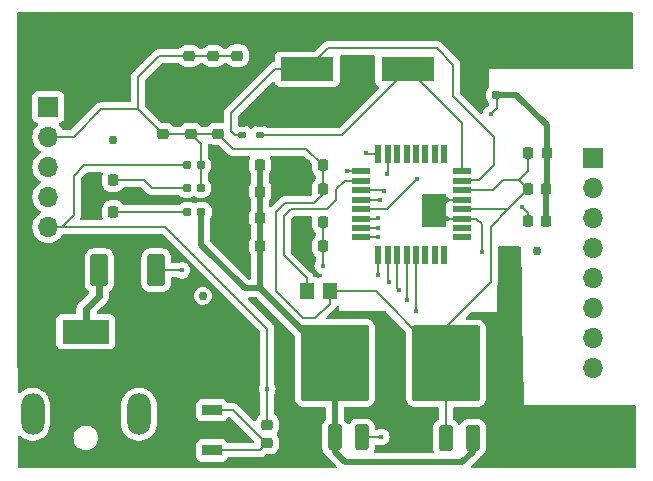
<source format=gbr>
%TF.GenerationSoftware,KiCad,Pcbnew,7.0.11-7.0.11~ubuntu22.04.1*%
%TF.CreationDate,2025-04-19T23:19:54+01:00*%
%TF.ProjectId,Mixed_Signal_Design,4d697865-645f-4536-9967-6e616c5f4465,rev?*%
%TF.SameCoordinates,Original*%
%TF.FileFunction,Copper,L1,Top*%
%TF.FilePolarity,Positive*%
%FSLAX46Y46*%
G04 Gerber Fmt 4.6, Leading zero omitted, Abs format (unit mm)*
G04 Created by KiCad (PCBNEW 7.0.11-7.0.11~ubuntu22.04.1) date 2025-04-19 23:19:54*
%MOMM*%
%LPD*%
G01*
G04 APERTURE LIST*
G04 Aperture macros list*
%AMRoundRect*
0 Rectangle with rounded corners*
0 $1 Rounding radius*
0 $2 $3 $4 $5 $6 $7 $8 $9 X,Y pos of 4 corners*
0 Add a 4 corners polygon primitive as box body*
4,1,4,$2,$3,$4,$5,$6,$7,$8,$9,$2,$3,0*
0 Add four circle primitives for the rounded corners*
1,1,$1+$1,$2,$3*
1,1,$1+$1,$4,$5*
1,1,$1+$1,$6,$7*
1,1,$1+$1,$8,$9*
0 Add four rect primitives between the rounded corners*
20,1,$1+$1,$2,$3,$4,$5,0*
20,1,$1+$1,$4,$5,$6,$7,0*
20,1,$1+$1,$6,$7,$8,$9,0*
20,1,$1+$1,$8,$9,$2,$3,0*%
G04 Aperture macros list end*
%TA.AperFunction,SMDPad,CuDef*%
%ADD10C,0.750000*%
%TD*%
%TA.AperFunction,SMDPad,CuDef*%
%ADD11RoundRect,0.225000X0.225000X0.250000X-0.225000X0.250000X-0.225000X-0.250000X0.225000X-0.250000X0*%
%TD*%
%TA.AperFunction,SMDPad,CuDef*%
%ADD12RoundRect,0.225000X-0.250000X0.225000X-0.250000X-0.225000X0.250000X-0.225000X0.250000X0.225000X0*%
%TD*%
%TA.AperFunction,SMDPad,CuDef*%
%ADD13RoundRect,0.218750X-0.218750X-0.256250X0.218750X-0.256250X0.218750X0.256250X-0.218750X0.256250X0*%
%TD*%
%TA.AperFunction,SMDPad,CuDef*%
%ADD14RoundRect,0.140000X-0.170000X0.140000X-0.170000X-0.140000X0.170000X-0.140000X0.170000X0.140000X0*%
%TD*%
%TA.AperFunction,SMDPad,CuDef*%
%ADD15RoundRect,0.160000X0.197500X0.160000X-0.197500X0.160000X-0.197500X-0.160000X0.197500X-0.160000X0*%
%TD*%
%TA.AperFunction,ComponentPad*%
%ADD16R,1.700000X1.700000*%
%TD*%
%TA.AperFunction,ComponentPad*%
%ADD17O,1.700000X1.700000*%
%TD*%
%TA.AperFunction,ComponentPad*%
%ADD18C,3.500000*%
%TD*%
%TA.AperFunction,SMDPad,CuDef*%
%ADD19RoundRect,0.225000X0.250000X-0.225000X0.250000X0.225000X-0.250000X0.225000X-0.250000X-0.225000X0*%
%TD*%
%TA.AperFunction,SMDPad,CuDef*%
%ADD20R,4.500000X2.000000*%
%TD*%
%TA.AperFunction,SMDPad,CuDef*%
%ADD21R,1.700000X0.900000*%
%TD*%
%TA.AperFunction,SMDPad,CuDef*%
%ADD22R,1.285000X1.470000*%
%TD*%
%TA.AperFunction,SMDPad,CuDef*%
%ADD23R,1.600000X0.550000*%
%TD*%
%TA.AperFunction,SMDPad,CuDef*%
%ADD24R,0.550000X1.600000*%
%TD*%
%TA.AperFunction,SMDPad,CuDef*%
%ADD25RoundRect,0.250000X0.350000X-0.850000X0.350000X0.850000X-0.350000X0.850000X-0.350000X-0.850000X0*%
%TD*%
%TA.AperFunction,SMDPad,CuDef*%
%ADD26RoundRect,0.250000X1.125000X-1.275000X1.125000X1.275000X-1.125000X1.275000X-1.125000X-1.275000X0*%
%TD*%
%TA.AperFunction,SMDPad,CuDef*%
%ADD27RoundRect,0.249997X2.650003X-2.950003X2.650003X2.950003X-2.650003X2.950003X-2.650003X-2.950003X0*%
%TD*%
%TA.AperFunction,SMDPad,CuDef*%
%ADD28RoundRect,0.225000X-0.225000X-0.250000X0.225000X-0.250000X0.225000X0.250000X-0.225000X0.250000X0*%
%TD*%
%TA.AperFunction,ComponentPad*%
%ADD29R,4.000000X2.000000*%
%TD*%
%TA.AperFunction,ComponentPad*%
%ADD30O,3.300000X2.000000*%
%TD*%
%TA.AperFunction,ComponentPad*%
%ADD31O,2.000000X3.500000*%
%TD*%
%TA.AperFunction,SMDPad,CuDef*%
%ADD32RoundRect,0.160000X-0.197500X-0.160000X0.197500X-0.160000X0.197500X0.160000X-0.197500X0.160000X0*%
%TD*%
%TA.AperFunction,SMDPad,CuDef*%
%ADD33RoundRect,0.140000X0.170000X-0.140000X0.170000X0.140000X-0.170000X0.140000X-0.170000X-0.140000X0*%
%TD*%
%TA.AperFunction,SMDPad,CuDef*%
%ADD34RoundRect,0.250000X0.500000X1.100000X-0.500000X1.100000X-0.500000X-1.100000X0.500000X-1.100000X0*%
%TD*%
%TA.AperFunction,ViaPad*%
%ADD35C,0.400000*%
%TD*%
%TA.AperFunction,Conductor*%
%ADD36C,0.200000*%
%TD*%
%TA.AperFunction,Conductor*%
%ADD37C,0.500000*%
%TD*%
%TA.AperFunction,Conductor*%
%ADD38C,0.600000*%
%TD*%
G04 APERTURE END LIST*
D10*
%TO.P,FID1,*%
%TO.N,*%
X124206000Y-98171000D03*
%TD*%
D11*
%TO.P,C5,1*%
%TO.N,+5VD*%
X136678000Y-107188000D03*
%TO.P,C5,2*%
%TO.N,GNDD*%
X135128000Y-107188000D03*
%TD*%
D12*
%TO.P,C16,1*%
%TO.N,+3V3D*%
X134747000Y-91046000D03*
%TO.P,C16,2*%
%TO.N,GNDD*%
X134747000Y-92596000D03*
%TD*%
D13*
%TO.P,D3,1,K*%
%TO.N,GNDD*%
X122656500Y-101600000D03*
%TO.P,D3,2,A*%
%TO.N,Net-(D3-A)*%
X124231500Y-101600000D03*
%TD*%
D14*
%TO.P,C14,1*%
%TO.N,GNDD*%
X135128000Y-96802000D03*
%TO.P,C14,2*%
%TO.N,Net-(U4-PB6{slash}XTAL1)*%
X135128000Y-97762000D03*
%TD*%
D15*
%TO.P,R2,1*%
%TO.N,+3V3D*%
X131661500Y-102235000D03*
%TO.P,R2,2*%
%TO.N,Net-(D3-A)*%
X130466500Y-102235000D03*
%TD*%
D16*
%TO.P,J4,1,Pin_1*%
%TO.N,ADC1*%
X164846000Y-99695000D03*
D17*
%TO.P,J4,2,Pin_2*%
%TO.N,ADC2*%
X164846000Y-102235000D03*
%TO.P,J4,3,Pin_3*%
%TO.N,PC0*%
X164846000Y-104775000D03*
%TO.P,J4,4,Pin_4*%
%TO.N,PC1*%
X164846000Y-107315000D03*
%TO.P,J4,5,Pin_5*%
%TO.N,PC2*%
X164846000Y-109855000D03*
%TO.P,J4,6,Pin_6*%
%TO.N,PC3*%
X164846000Y-112395000D03*
%TO.P,J4,7,Pin_7*%
%TO.N,PC4*%
X164846000Y-114935000D03*
%TO.P,J4,8,Pin_8*%
%TO.N,PC5*%
X164846000Y-117475000D03*
%TD*%
D12*
%TO.P,C18,1*%
%TO.N,+3V3D*%
X130683000Y-91072000D03*
%TO.P,C18,2*%
%TO.N,GNDD*%
X130683000Y-92622000D03*
%TD*%
D11*
%TO.P,C8,1*%
%TO.N,+3V3D*%
X141999000Y-100330000D03*
%TO.P,C8,2*%
%TO.N,GNDD*%
X140449000Y-100330000D03*
%TD*%
D18*
%TO.P,H1,1,1*%
%TO.N,GNDD*%
X165735000Y-123317000D03*
%TD*%
D19*
%TO.P,C12,1*%
%TO.N,+3V3D*%
X130810000Y-97663000D03*
%TO.P,C12,2*%
%TO.N,GNDD*%
X130810000Y-96113000D03*
%TD*%
D20*
%TO.P,Y1,1,1*%
%TO.N,Net-(U4-PB6{slash}XTAL1)*%
X140657000Y-92202000D03*
%TO.P,Y1,2,2*%
%TO.N,Net-(U4-PB7{slash}XTAL2)*%
X149157000Y-92202000D03*
%TD*%
D11*
%TO.P,C7,1*%
%TO.N,+3V3D*%
X141999000Y-102362000D03*
%TO.P,C7,2*%
%TO.N,GNDD*%
X140449000Y-102362000D03*
%TD*%
D21*
%TO.P,SW1,1,A*%
%TO.N,Net-(C20-Pad2)*%
X132588000Y-124460000D03*
%TO.P,SW1,2,A*%
X132588000Y-121060000D03*
%TD*%
D22*
%TO.P,FB1,1*%
%TO.N,+3V3A*%
X140632000Y-110998000D03*
%TO.P,FB1,2*%
%TO.N,+3V3D*%
X142578000Y-110998000D03*
%TD*%
D16*
%TO.P,J2,1,MISO*%
%TO.N,PB4*%
X118745000Y-95377000D03*
D17*
%TO.P,J2,2,VCC*%
%TO.N,+3V3D*%
X118745000Y-97917000D03*
%TO.P,J2,3,SCK*%
%TO.N,PB5*%
X118745000Y-100457000D03*
%TO.P,J2,4,MOSI*%
%TO.N,PB3*%
X118745000Y-102997000D03*
%TO.P,J2,5,~{RST}*%
%TO.N,RST*%
X118745000Y-105537000D03*
%TO.P,J2,6,GND*%
%TO.N,GNDD*%
X118745000Y-108077000D03*
%TD*%
D18*
%TO.P,H3,1,1*%
%TO.N,GNDD*%
X119126000Y-89789000D03*
%TD*%
D23*
%TO.P,U4,1,PD3*%
%TO.N,PD3*%
X153729000Y-106432000D03*
%TO.P,U4,2,PD4*%
%TO.N,PD4*%
X153729000Y-105632000D03*
%TO.P,U4,3,GND*%
%TO.N,GNDD*%
X153729000Y-104832000D03*
%TO.P,U4,4,VCC*%
%TO.N,+3V3D*%
X153729000Y-104032000D03*
%TO.P,U4,5,GND*%
%TO.N,GNDD*%
X153729000Y-103232000D03*
%TO.P,U4,6,VCC*%
%TO.N,+3V3D*%
X153729000Y-102432000D03*
%TO.P,U4,7,PB6/XTAL1*%
%TO.N,Net-(U4-PB6{slash}XTAL1)*%
X153729000Y-101632000D03*
%TO.P,U4,8,PB7/XTAL2*%
%TO.N,Net-(U4-PB7{slash}XTAL2)*%
X153729000Y-100832000D03*
D24*
%TO.P,U4,9,PD5*%
%TO.N,PD5*%
X152279000Y-99382000D03*
%TO.P,U4,10,PD6*%
%TO.N,PD6*%
X151479000Y-99382000D03*
%TO.P,U4,11,PD7*%
%TO.N,PD7*%
X150679000Y-99382000D03*
%TO.P,U4,12,PB0*%
%TO.N,PB0*%
X149879000Y-99382000D03*
%TO.P,U4,13,PB1*%
%TO.N,PB1*%
X149079000Y-99382000D03*
%TO.P,U4,14,PB2*%
%TO.N,PB2*%
X148279000Y-99382000D03*
%TO.P,U4,15,PB3*%
%TO.N,PB3*%
X147479000Y-99382000D03*
%TO.P,U4,16,PB4*%
%TO.N,PB4*%
X146679000Y-99382000D03*
D23*
%TO.P,U4,17,PB5*%
%TO.N,PB5*%
X145229000Y-100832000D03*
%TO.P,U4,18,AVCC*%
%TO.N,+3V3A*%
X145229000Y-101632000D03*
%TO.P,U4,19,ADC6*%
%TO.N,ADC1*%
X145229000Y-102432000D03*
%TO.P,U4,20,AREF*%
%TO.N,Net-(U4-AREF)*%
X145229000Y-103232000D03*
%TO.P,U4,21,AGND*%
%TO.N,GNDA*%
X145229000Y-104032000D03*
%TO.P,U4,22,ADC7*%
%TO.N,ADC2*%
X145229000Y-104832000D03*
%TO.P,U4,23,PC0*%
%TO.N,PC0*%
X145229000Y-105632000D03*
%TO.P,U4,24,PC1*%
%TO.N,PC1*%
X145229000Y-106432000D03*
D24*
%TO.P,U4,25,PC2*%
%TO.N,PC2*%
X146679000Y-107882000D03*
%TO.P,U4,26,PC3*%
%TO.N,PC3*%
X147479000Y-107882000D03*
%TO.P,U4,27,PC4*%
%TO.N,PC4*%
X148279000Y-107882000D03*
%TO.P,U4,28,PC5*%
%TO.N,PC5*%
X149079000Y-107882000D03*
%TO.P,U4,29,PC6/~{RESET}*%
%TO.N,RST*%
X149879000Y-107882000D03*
%TO.P,U4,30,PD0*%
%TO.N,PD0*%
X150679000Y-107882000D03*
%TO.P,U4,31,PD1*%
%TO.N,PD1*%
X151479000Y-107882000D03*
%TO.P,U4,32,PD2*%
%TO.N,PD2*%
X152279000Y-107882000D03*
%TD*%
D10*
%TO.P,FID3,*%
%TO.N,*%
X131826000Y-111379000D03*
%TD*%
D11*
%TO.P,C6,1*%
%TO.N,+5VD*%
X136678000Y-104775000D03*
%TO.P,C6,2*%
%TO.N,GNDD*%
X135128000Y-104775000D03*
%TD*%
D25*
%TO.P,U1,1,GND*%
%TO.N,GNDD*%
X140721000Y-123370000D03*
%TO.P,U1,2,VO*%
%TO.N,+5VD*%
X143001000Y-123370000D03*
D26*
X141476000Y-118745000D03*
X144526000Y-118745000D03*
D27*
X143001000Y-117070000D03*
D26*
X141476000Y-115395000D03*
X144526000Y-115395000D03*
D25*
%TO.P,U1,3,VI*%
%TO.N,Net-(D2-K)*%
X145281000Y-123370000D03*
%TD*%
D28*
%TO.P,C9,1*%
%TO.N,+3V3D*%
X159385000Y-99314000D03*
%TO.P,C9,2*%
%TO.N,GNDA*%
X160935000Y-99314000D03*
%TD*%
D15*
%TO.P,R3,1*%
%TO.N,+3V3D*%
X131661500Y-100330000D03*
%TO.P,R3,2*%
%TO.N,RST*%
X130466500Y-100330000D03*
%TD*%
%TO.P,R1,1*%
%TO.N,+5VD*%
X131713500Y-104267000D03*
%TO.P,R1,2*%
%TO.N,Net-(D1-A)*%
X130518500Y-104267000D03*
%TD*%
D12*
%TO.P,C20,1*%
%TO.N,RST*%
X137287000Y-122301000D03*
%TO.P,C20,2*%
%TO.N,Net-(C20-Pad2)*%
X137287000Y-123851000D03*
%TD*%
D19*
%TO.P,C11,1*%
%TO.N,+3V3D*%
X128427000Y-97663000D03*
%TO.P,C11,2*%
%TO.N,GNDD*%
X128427000Y-96113000D03*
%TD*%
D28*
%TO.P,C10,1*%
%TO.N,+3V3D*%
X159359000Y-102362000D03*
%TO.P,C10,2*%
%TO.N,GNDA*%
X160909000Y-102362000D03*
%TD*%
D29*
%TO.P,J1,1,PWR*%
%TO.N,+9VD*%
X121920000Y-114412000D03*
D30*
%TO.P,J1,2,GND*%
%TO.N,GNDD*%
X121920000Y-120412000D03*
D31*
%TO.P,J1,MP*%
%TO.N,N/C*%
X117420000Y-121412000D03*
X126420000Y-121412000D03*
%TD*%
D32*
%TO.P,R4,1*%
%TO.N,GNDD*%
X155485500Y-94361000D03*
%TO.P,R4,2*%
%TO.N,GNDA*%
X156680500Y-94361000D03*
%TD*%
D18*
%TO.P,H4,1,1*%
%TO.N,GNDD*%
X132588000Y-116459000D03*
%TD*%
D12*
%TO.P,C17,1*%
%TO.N,+3V3D*%
X132715000Y-91072000D03*
%TO.P,C17,2*%
%TO.N,GNDD*%
X132715000Y-92622000D03*
%TD*%
D11*
%TO.P,C2,1*%
%TO.N,Net-(D2-K)*%
X141999000Y-105156000D03*
%TO.P,C2,2*%
%TO.N,GNDD*%
X140449000Y-105156000D03*
%TD*%
D25*
%TO.P,U2,1,GND*%
%TO.N,GNDD*%
X150132500Y-123394000D03*
%TO.P,U2,2,VO*%
%TO.N,+3V3D*%
X152412500Y-123394000D03*
D26*
X150887500Y-118769000D03*
X153937500Y-118769000D03*
D27*
X152412500Y-117094000D03*
D26*
X150887500Y-115419000D03*
X153937500Y-115419000D03*
D25*
%TO.P,U2,3,VI*%
%TO.N,+5VD*%
X154692500Y-123394000D03*
%TD*%
D10*
%TO.P,FID2,*%
%TO.N,*%
X160147000Y-107569000D03*
%TD*%
D13*
%TO.P,D1,1,K*%
%TO.N,GNDD*%
X122656500Y-104267000D03*
%TO.P,D1,2,A*%
%TO.N,Net-(D1-A)*%
X124231500Y-104267000D03*
%TD*%
D18*
%TO.P,H2,1,1*%
%TO.N,GNDD*%
X165735000Y-89662000D03*
%TD*%
D11*
%TO.P,C4,1*%
%TO.N,+5VD*%
X136665000Y-100330000D03*
%TO.P,C4,2*%
%TO.N,GNDD*%
X135115000Y-100330000D03*
%TD*%
%TO.P,C19,1*%
%TO.N,GNDA*%
X160922000Y-105029000D03*
%TO.P,C19,2*%
%TO.N,Net-(U4-AREF)*%
X159372000Y-105029000D03*
%TD*%
D33*
%TO.P,C15,1*%
%TO.N,Net-(U4-PB7{slash}XTAL2)*%
X136652000Y-97762000D03*
%TO.P,C15,2*%
%TO.N,GNDD*%
X136652000Y-96802000D03*
%TD*%
D19*
%TO.P,C13,1*%
%TO.N,+3V3D*%
X133096000Y-97663000D03*
%TO.P,C13,2*%
%TO.N,GNDD*%
X133096000Y-96113000D03*
%TD*%
D11*
%TO.P,C3,1*%
%TO.N,+5VD*%
X136678000Y-102549000D03*
%TO.P,C3,2*%
%TO.N,GNDD*%
X135128000Y-102549000D03*
%TD*%
D34*
%TO.P,D2,1,K*%
%TO.N,Net-(D2-K)*%
X127876000Y-109220000D03*
%TO.P,D2,2,A*%
%TO.N,+9VD*%
X123076000Y-109220000D03*
%TD*%
D11*
%TO.P,C1,1*%
%TO.N,Net-(D2-K)*%
X141999000Y-107188000D03*
%TO.P,C1,2*%
%TO.N,GNDD*%
X140449000Y-107188000D03*
%TD*%
D35*
%TO.N,GNDD*%
X151003000Y-88646000D03*
X139192000Y-88519000D03*
X144780000Y-88519000D03*
X122301000Y-93726000D03*
X125730000Y-88646000D03*
X123317000Y-88646000D03*
X158369000Y-90805000D03*
X157099000Y-90805000D03*
X155702000Y-90805000D03*
X158369000Y-89281000D03*
X157099000Y-89281000D03*
X155702000Y-89281000D03*
%TO.N,Net-(D2-K)*%
X130048000Y-109220000D03*
X146939000Y-123317000D03*
X141986000Y-108839000D03*
%TO.N,GNDA*%
X149987000Y-101473000D03*
X156210000Y-96012000D03*
%TO.N,+5VD*%
X136652000Y-110744000D03*
X143891000Y-125476000D03*
X136652000Y-101473000D03*
X136652000Y-103632000D03*
X143002000Y-120650000D03*
X131699000Y-107061000D03*
X153797000Y-125476000D03*
X136652000Y-105918000D03*
%TO.N,PB5*%
X144018000Y-100838000D03*
%TO.N,RST*%
X137287000Y-119253000D03*
X149860000Y-112649000D03*
%TO.N,PC0*%
X146685000Y-105664000D03*
%TO.N,PC1*%
X146685000Y-106426000D03*
%TO.N,PC2*%
X146685000Y-109601000D03*
%TO.N,PC3*%
X147574000Y-110236000D03*
%TO.N,PC4*%
X148463000Y-110871000D03*
%TO.N,PC5*%
X149098000Y-111760000D03*
%TO.N,PB3*%
X147447000Y-101092000D03*
%TO.N,PB4*%
X145669000Y-99314000D03*
%TO.N,GNDD*%
X147955000Y-119761000D03*
X140716000Y-108331000D03*
X155448000Y-107696000D03*
X129413000Y-119253000D03*
X133223000Y-94742000D03*
X118745000Y-112014000D03*
X141478000Y-95250000D03*
X147955000Y-117729000D03*
X138430000Y-96393000D03*
X138430000Y-95123000D03*
X131699000Y-94742000D03*
X140589000Y-106172000D03*
X128270000Y-116078000D03*
X141478000Y-96266000D03*
X133731000Y-101600000D03*
X157480000Y-124079000D03*
X121793000Y-103759000D03*
X139827000Y-106172000D03*
X140716000Y-125222000D03*
X133731000Y-103886000D03*
X133731000Y-106299000D03*
X143383000Y-95758000D03*
X139192000Y-123444000D03*
X121793000Y-102489000D03*
X147701000Y-115316000D03*
X160147000Y-123190000D03*
X128397000Y-94742000D03*
X139192000Y-125222000D03*
X160274000Y-125095000D03*
X128397000Y-118745000D03*
X157480000Y-107696000D03*
X130048000Y-94742000D03*
X128397000Y-93091000D03*
X138557000Y-101346000D03*
%TO.N,ADC1*%
X147193000Y-102489000D03*
%TO.N,Net-(U4-AREF)*%
X146812000Y-103251000D03*
X158877000Y-103886000D03*
%TO.N,ADC2*%
X146685000Y-104775000D03*
%TD*%
D36*
%TO.N,Net-(D2-K)*%
X146886000Y-123370000D02*
X146939000Y-123317000D01*
X141986000Y-107201000D02*
X141999000Y-107188000D01*
X141999000Y-105156000D02*
X141999000Y-107188000D01*
X127876000Y-109220000D02*
X130048000Y-109220000D01*
X145281000Y-123370000D02*
X146886000Y-123370000D01*
X141986000Y-108839000D02*
X141986000Y-107201000D01*
D37*
%TO.N,GNDA*%
X158369000Y-94361000D02*
X160935000Y-96927000D01*
D36*
X145229000Y-104032000D02*
X147428000Y-104032000D01*
X156210000Y-96012000D02*
X156718000Y-95504000D01*
X156718000Y-94398500D02*
X156680500Y-94361000D01*
D37*
X160935000Y-102336000D02*
X160909000Y-102362000D01*
D36*
X156718000Y-95504000D02*
X156718000Y-94398500D01*
D37*
X160935000Y-96927000D02*
X160935000Y-99314000D01*
X160909000Y-102362000D02*
X160909000Y-105016000D01*
X156680500Y-94361000D02*
X158369000Y-94361000D01*
D36*
X147428000Y-104032000D02*
X149987000Y-101473000D01*
D37*
X160935000Y-99314000D02*
X160935000Y-102336000D01*
X160909000Y-105016000D02*
X160922000Y-105029000D01*
%TO.N,+5VD*%
X143001000Y-117070000D02*
X136678000Y-110747000D01*
X136678000Y-105944000D02*
X136652000Y-105918000D01*
X136678000Y-101499000D02*
X136652000Y-101473000D01*
X143002000Y-120650000D02*
X143001000Y-120651000D01*
X136652000Y-101473000D02*
X136678000Y-101447000D01*
X136678000Y-103658000D02*
X136652000Y-103632000D01*
X131713500Y-107075500D02*
X131699000Y-107061000D01*
X136678000Y-101447000D02*
X136678000Y-100343000D01*
X153797000Y-125476000D02*
X154692500Y-124580500D01*
X143001000Y-120649000D02*
X143002000Y-120650000D01*
X136678000Y-110747000D02*
X136655000Y-110747000D01*
X136649000Y-110747000D02*
X135385000Y-110747000D01*
X136652000Y-103632000D02*
X136678000Y-103606000D01*
X136678000Y-103606000D02*
X136678000Y-102549000D01*
X143001000Y-123370000D02*
X143001000Y-124586000D01*
X136652000Y-110744000D02*
X136649000Y-110747000D01*
X143001000Y-120651000D02*
X143001000Y-123370000D01*
X136678000Y-104775000D02*
X136678000Y-103658000D01*
X136678000Y-107188000D02*
X136678000Y-105944000D01*
X154692500Y-124580500D02*
X154692500Y-123394000D01*
X136678000Y-105892000D02*
X136678000Y-104775000D01*
X143001000Y-124586000D02*
X143891000Y-125476000D01*
X136652000Y-105918000D02*
X136678000Y-105892000D01*
X143891000Y-125476000D02*
X153797000Y-125476000D01*
X131699000Y-107061000D02*
X131713500Y-104267000D01*
X135385000Y-110747000D02*
X131713500Y-107075500D01*
X143001000Y-117070000D02*
X143001000Y-120649000D01*
X136678000Y-102549000D02*
X136678000Y-101499000D01*
X136678000Y-110747000D02*
X136678000Y-107188000D01*
X136655000Y-110747000D02*
X136652000Y-110744000D01*
X136678000Y-100343000D02*
X136665000Y-100330000D01*
D36*
%TO.N,+3V3D*%
X158597000Y-101600000D02*
X159359000Y-102362000D01*
X142578000Y-112057000D02*
X141351000Y-113284000D01*
X142578000Y-110998000D02*
X146466500Y-110998000D01*
X126365000Y-95601000D02*
X128427000Y-97663000D01*
X156210000Y-110236000D02*
X152412500Y-114033500D01*
X141999000Y-100330000D02*
X141999000Y-102362000D01*
X156210000Y-105511000D02*
X156210000Y-110236000D01*
X131661500Y-102235000D02*
X131661500Y-100330000D01*
X141351000Y-113284000D02*
X140335000Y-113284000D01*
X126365000Y-92837000D02*
X126365000Y-95601000D01*
X157689000Y-104032000D02*
X156210000Y-105511000D01*
X152412500Y-114033500D02*
X152412500Y-117094000D01*
X138811000Y-103505000D02*
X141224000Y-103505000D01*
X157689000Y-104032000D02*
X153729000Y-104032000D01*
X152412500Y-123394000D02*
X152412500Y-117094000D01*
X157226000Y-101600000D02*
X158597000Y-101600000D01*
X130810000Y-97663000D02*
X133096000Y-97663000D01*
X153729000Y-102432000D02*
X156394000Y-102432000D01*
X123220000Y-95601000D02*
X126365000Y-95601000D01*
X134721000Y-91072000D02*
X134747000Y-91046000D01*
X142578000Y-110998000D02*
X142578000Y-112057000D01*
X156394000Y-102432000D02*
X157226000Y-101600000D01*
X134366000Y-98933000D02*
X133096000Y-97663000D01*
X131661500Y-100330000D02*
X131661500Y-98514500D01*
X141999000Y-102730000D02*
X141999000Y-102362000D01*
X128130000Y-91072000D02*
X126365000Y-92837000D01*
X118745000Y-97917000D02*
X120904000Y-97917000D01*
X130683000Y-91072000D02*
X128130000Y-91072000D01*
X120904000Y-97917000D02*
X123220000Y-95601000D01*
X140335000Y-113284000D02*
X138049000Y-110998000D01*
X132715000Y-91072000D02*
X134721000Y-91072000D01*
X146466500Y-110998000D02*
X150887500Y-115419000D01*
X138049000Y-110998000D02*
X138049000Y-104267000D01*
X130683000Y-91072000D02*
X132715000Y-91072000D01*
X140602000Y-98933000D02*
X134366000Y-98933000D01*
X159385000Y-99314000D02*
X159385000Y-100812000D01*
X141999000Y-100330000D02*
X140602000Y-98933000D01*
X159359000Y-102362000D02*
X157689000Y-104032000D01*
X131661500Y-98514500D02*
X130810000Y-97663000D01*
X138049000Y-104267000D02*
X138811000Y-103505000D01*
X159385000Y-100812000D02*
X158597000Y-101600000D01*
X141224000Y-103505000D02*
X141999000Y-102730000D01*
X128427000Y-97663000D02*
X130810000Y-97663000D01*
%TO.N,PB5*%
X145229000Y-100832000D02*
X144024000Y-100832000D01*
X144024000Y-100832000D02*
X144018000Y-100838000D01*
%TO.N,RST*%
X120904000Y-104521000D02*
X120904000Y-101219000D01*
X137287000Y-114173000D02*
X137287000Y-119253000D01*
X118745000Y-105537000D02*
X128651000Y-105537000D01*
X121793000Y-100330000D02*
X130466500Y-100330000D01*
X119888000Y-105537000D02*
X120904000Y-104521000D01*
X137287000Y-119253000D02*
X137287000Y-122301000D01*
X149879000Y-112630000D02*
X149879000Y-107882000D01*
X120904000Y-101219000D02*
X121793000Y-100330000D01*
X118745000Y-105537000D02*
X119888000Y-105537000D01*
X128651000Y-105537000D02*
X137287000Y-114173000D01*
X149860000Y-112649000D02*
X149879000Y-112630000D01*
%TO.N,PC0*%
X146653000Y-105632000D02*
X146685000Y-105664000D01*
X145229000Y-105632000D02*
X146653000Y-105632000D01*
%TO.N,PC1*%
X146679000Y-106432000D02*
X146685000Y-106426000D01*
X145229000Y-106432000D02*
X146679000Y-106432000D01*
%TO.N,PC2*%
X146679000Y-109595000D02*
X146685000Y-109601000D01*
X146679000Y-107882000D02*
X146679000Y-109595000D01*
%TO.N,PC3*%
X147479000Y-110141000D02*
X147479000Y-107882000D01*
X147574000Y-110236000D02*
X147479000Y-110141000D01*
%TO.N,PC4*%
X148279000Y-110687000D02*
X148463000Y-110871000D01*
X148279000Y-107882000D02*
X148279000Y-110687000D01*
%TO.N,PC5*%
X149098000Y-111760000D02*
X149079000Y-111741000D01*
X149079000Y-111741000D02*
X149079000Y-107882000D01*
%TO.N,+3V3A*%
X143129000Y-103251000D02*
X143129000Y-102362000D01*
X140632000Y-110998000D02*
X140632000Y-109898000D01*
X142367000Y-104013000D02*
X143129000Y-103251000D01*
X139319000Y-104013000D02*
X142367000Y-104013000D01*
X143859000Y-101632000D02*
X145229000Y-101632000D01*
X138684000Y-104648000D02*
X139319000Y-104013000D01*
X143129000Y-102362000D02*
X143859000Y-101632000D01*
X140632000Y-109898000D02*
X138684000Y-107950000D01*
X138684000Y-107950000D02*
X138684000Y-104648000D01*
%TO.N,PB3*%
X147479000Y-99382000D02*
X147479000Y-101060000D01*
X147479000Y-101060000D02*
X147447000Y-101092000D01*
%TO.N,PB4*%
X146679000Y-99382000D02*
X145737000Y-99382000D01*
X145737000Y-99382000D02*
X145669000Y-99314000D01*
D38*
%TO.N,+9VD*%
X123076000Y-111366000D02*
X121920000Y-112522000D01*
X123076000Y-111366000D02*
X123076000Y-109220000D01*
X121920000Y-112522000D02*
X121920000Y-114412000D01*
D36*
%TO.N,Net-(C20-Pad2)*%
X134395000Y-121060000D02*
X137186000Y-123851000D01*
X137186000Y-123851000D02*
X137287000Y-123851000D01*
X137287000Y-123851000D02*
X136678000Y-124460000D01*
X132588000Y-121060000D02*
X134395000Y-121060000D01*
X136678000Y-124460000D02*
X132588000Y-124460000D01*
%TO.N,GNDD*%
X155448000Y-105283000D02*
X155448000Y-107696000D01*
X152038000Y-103232000D02*
X152019000Y-103251000D01*
X153729000Y-103232000D02*
X152038000Y-103232000D01*
X154997000Y-104832000D02*
X155448000Y-105283000D01*
X157480000Y-107696000D02*
X157480000Y-118618000D01*
X152076000Y-104832000D02*
X152019000Y-104775000D01*
X153729000Y-104832000D02*
X152076000Y-104832000D01*
X153729000Y-104832000D02*
X154997000Y-104832000D01*
X157480000Y-118618000D02*
X156210000Y-119888000D01*
%TO.N,Net-(D3-A)*%
X127508000Y-102235000D02*
X130466500Y-102235000D01*
X126873000Y-101600000D02*
X127508000Y-102235000D01*
X124231500Y-101600000D02*
X126873000Y-101600000D01*
%TO.N,Net-(D1-A)*%
X130518500Y-104267000D02*
X124231500Y-104267000D01*
%TO.N,Net-(U4-PB6{slash}XTAL1)*%
X155194000Y-101600000D02*
X156464000Y-100330000D01*
X153035000Y-91821000D02*
X151638000Y-90424000D01*
X151638000Y-90424000D02*
X142435000Y-90424000D01*
X156464000Y-100330000D02*
X156464000Y-97917000D01*
X135128000Y-97762000D02*
X134592000Y-97762000D01*
X134592000Y-97762000D02*
X134239000Y-97409000D01*
X156464000Y-97917000D02*
X153035000Y-94488000D01*
X137922000Y-92202000D02*
X140657000Y-92202000D01*
X154436000Y-101600000D02*
X155194000Y-101600000D01*
X153035000Y-94488000D02*
X153035000Y-91821000D01*
X142435000Y-90424000D02*
X140657000Y-92202000D01*
X134239000Y-95885000D02*
X137922000Y-92202000D01*
X134239000Y-97409000D02*
X134239000Y-95885000D01*
X154404000Y-101632000D02*
X154436000Y-101600000D01*
X153729000Y-101632000D02*
X154404000Y-101632000D01*
%TO.N,Net-(U4-PB7{slash}XTAL2)*%
X153729000Y-100832000D02*
X153729000Y-96774000D01*
X143597000Y-97762000D02*
X149157000Y-92202000D01*
X136652000Y-97762000D02*
X143597000Y-97762000D01*
X153729000Y-96774000D02*
X149157000Y-92202000D01*
%TO.N,ADC1*%
X145229000Y-102432000D02*
X147136000Y-102432000D01*
X147136000Y-102432000D02*
X147193000Y-102489000D01*
%TO.N,Net-(U4-AREF)*%
X146793000Y-103232000D02*
X146812000Y-103251000D01*
X159372000Y-104381000D02*
X159372000Y-105029000D01*
X158877000Y-103886000D02*
X159372000Y-104381000D01*
X145229000Y-103232000D02*
X146793000Y-103232000D01*
%TO.N,ADC2*%
X146628000Y-104832000D02*
X146685000Y-104775000D01*
X145229000Y-104832000D02*
X146628000Y-104832000D01*
%TD*%
%TA.AperFunction,Conductor*%
%TO.N,GNDD*%
G36*
X158695705Y-107207685D02*
G01*
X158741460Y-107260489D01*
X158752637Y-107309305D01*
X158823016Y-110546776D01*
X158871093Y-112758303D01*
X158877000Y-113030000D01*
X156718000Y-112903000D01*
X156718000Y-112758302D01*
X156718000Y-110600708D01*
X156732452Y-110546776D01*
X156731426Y-110546351D01*
X156763054Y-110469992D01*
X156795044Y-110392762D01*
X156810500Y-110275361D01*
X156815682Y-110236000D01*
X156811561Y-110204697D01*
X156810500Y-110188512D01*
X156810500Y-107312000D01*
X156830185Y-107244961D01*
X156882989Y-107199206D01*
X156934500Y-107188000D01*
X158628666Y-107188000D01*
X158695705Y-107207685D01*
G37*
%TD.AperFunction*%
%TD*%
%TA.AperFunction,Conductor*%
%TO.N,GNDD*%
G36*
X152375858Y-102762685D02*
G01*
X152421613Y-102815489D01*
X152432108Y-102880255D01*
X152429001Y-102909153D01*
X152429000Y-102909172D01*
X152429000Y-102982000D01*
X152447591Y-102982000D01*
X152514630Y-103001685D01*
X152546855Y-103031686D01*
X152571454Y-103064546D01*
X152571455Y-103064546D01*
X152571456Y-103064548D01*
X152662540Y-103132734D01*
X152704411Y-103188668D01*
X152709395Y-103258359D01*
X152675909Y-103319682D01*
X152662540Y-103331266D01*
X152571456Y-103399451D01*
X152571454Y-103399454D01*
X152546856Y-103432312D01*
X152490924Y-103474182D01*
X152447591Y-103482000D01*
X152429000Y-103482000D01*
X152429000Y-103554844D01*
X152435619Y-103616398D01*
X152435620Y-103642909D01*
X152434909Y-103649514D01*
X152434909Y-103649517D01*
X152428500Y-103709127D01*
X152428500Y-103709134D01*
X152428500Y-103709135D01*
X152428500Y-104354870D01*
X152428501Y-104354876D01*
X152435619Y-104421092D01*
X152435619Y-104447599D01*
X152429000Y-104509169D01*
X152429000Y-104582000D01*
X152447591Y-104582000D01*
X152514630Y-104601685D01*
X152546855Y-104631686D01*
X152571454Y-104664546D01*
X152571455Y-104664546D01*
X152571456Y-104664548D01*
X152662540Y-104732734D01*
X152704411Y-104788668D01*
X152709395Y-104858359D01*
X152675909Y-104919682D01*
X152662540Y-104931266D01*
X152571456Y-104999451D01*
X152571454Y-104999454D01*
X152546856Y-105032312D01*
X152490924Y-105074182D01*
X152447591Y-105082000D01*
X152429000Y-105082000D01*
X152429000Y-105154844D01*
X152435619Y-105216398D01*
X152435620Y-105242909D01*
X152434909Y-105249514D01*
X152434909Y-105249517D01*
X152428500Y-105309127D01*
X152428500Y-105309134D01*
X152428500Y-105309135D01*
X152428500Y-105413000D01*
X152408815Y-105480039D01*
X152356011Y-105525794D01*
X152304500Y-105537000D01*
X150492000Y-105537000D01*
X150424961Y-105517315D01*
X150379206Y-105464511D01*
X150368000Y-105413000D01*
X150368000Y-102867000D01*
X150387685Y-102799961D01*
X150440489Y-102754206D01*
X150492000Y-102743000D01*
X152308819Y-102743000D01*
X152375858Y-102762685D01*
G37*
%TD.AperFunction*%
%TD*%
%TA.AperFunction,Conductor*%
%TO.N,GNDD*%
G36*
X168218039Y-87395685D02*
G01*
X168263794Y-87448489D01*
X168275000Y-87500000D01*
X168275000Y-92078000D01*
X168255315Y-92145039D01*
X168202511Y-92190794D01*
X168151000Y-92202000D01*
X156083000Y-92202000D01*
X156083000Y-93615549D01*
X156063315Y-93682588D01*
X156046682Y-93703230D01*
X155959242Y-93790670D01*
X155876267Y-93927929D01*
X155876265Y-93927933D01*
X155828548Y-94081065D01*
X155822500Y-94147621D01*
X155822500Y-94574388D01*
X155828546Y-94640926D01*
X155828548Y-94640933D01*
X155876265Y-94794066D01*
X155876267Y-94794070D01*
X155959242Y-94931329D01*
X155959246Y-94931334D01*
X156046681Y-95018769D01*
X156080166Y-95080092D01*
X156083000Y-95106450D01*
X156083000Y-95224689D01*
X156063315Y-95291728D01*
X156010511Y-95337483D01*
X155988677Y-95345085D01*
X155959777Y-95352208D01*
X155959774Y-95352209D01*
X155809150Y-95431263D01*
X155681816Y-95544072D01*
X155585182Y-95684068D01*
X155524860Y-95843125D01*
X155524857Y-95843140D01*
X155524642Y-95844912D01*
X155524124Y-95846114D01*
X155523065Y-95850412D01*
X155522349Y-95850235D01*
X155497013Y-95909087D01*
X155439074Y-95948136D01*
X155369221Y-95949663D01*
X155313867Y-95917632D01*
X153671819Y-94275584D01*
X153638334Y-94214261D01*
X153635500Y-94187903D01*
X153635500Y-91868487D01*
X153636561Y-91852301D01*
X153640682Y-91820999D01*
X153640682Y-91820998D01*
X153620044Y-91664239D01*
X153620044Y-91664238D01*
X153559536Y-91518159D01*
X153463282Y-91392718D01*
X153463280Y-91392716D01*
X153463279Y-91392715D01*
X153438228Y-91373493D01*
X153426034Y-91362799D01*
X152096199Y-90032964D01*
X152085504Y-90020769D01*
X152066283Y-89995719D01*
X152066279Y-89995716D01*
X151940841Y-89899464D01*
X151794762Y-89838956D01*
X151794760Y-89838955D01*
X151677361Y-89823500D01*
X151638000Y-89818318D01*
X151606697Y-89822439D01*
X151590513Y-89823500D01*
X142482487Y-89823500D01*
X142466302Y-89822439D01*
X142435000Y-89818318D01*
X142395639Y-89823500D01*
X142278239Y-89838955D01*
X142278237Y-89838956D01*
X142132157Y-89899464D01*
X142006718Y-89995716D01*
X141987489Y-90020775D01*
X141976798Y-90032965D01*
X141344582Y-90665181D01*
X141283259Y-90698666D01*
X141256901Y-90701500D01*
X138359129Y-90701500D01*
X138359123Y-90701501D01*
X138299516Y-90707908D01*
X138164671Y-90758202D01*
X138164664Y-90758206D01*
X138049455Y-90844452D01*
X138049452Y-90844455D01*
X137963206Y-90959664D01*
X137963202Y-90959671D01*
X137912908Y-91094517D01*
X137906501Y-91154116D01*
X137906500Y-91154135D01*
X137906500Y-91489613D01*
X137886815Y-91556652D01*
X137834011Y-91602407D01*
X137798687Y-91612552D01*
X137765238Y-91616956D01*
X137619160Y-91677463D01*
X137493714Y-91773721D01*
X137474495Y-91798769D01*
X137463800Y-91810964D01*
X133847965Y-95426798D01*
X133835775Y-95437489D01*
X133810717Y-95456718D01*
X133755038Y-95529283D01*
X133755036Y-95529285D01*
X133714464Y-95582157D01*
X133714461Y-95582163D01*
X133653957Y-95728234D01*
X133653955Y-95728239D01*
X133633318Y-95884998D01*
X133633318Y-95884999D01*
X133637439Y-95916301D01*
X133638500Y-95932487D01*
X133638500Y-96600292D01*
X133618815Y-96667331D01*
X133566011Y-96713086D01*
X133500527Y-96722501D01*
X133500442Y-96723339D01*
X133497087Y-96722996D01*
X133496853Y-96723030D01*
X133496098Y-96722895D01*
X133394346Y-96712500D01*
X132797662Y-96712500D01*
X132797644Y-96712501D01*
X132698292Y-96722650D01*
X132698289Y-96722651D01*
X132537305Y-96775996D01*
X132537294Y-96776001D01*
X132392959Y-96865029D01*
X132392955Y-96865032D01*
X132273031Y-96984956D01*
X132261535Y-97003596D01*
X132209588Y-97050321D01*
X132155996Y-97062500D01*
X131750004Y-97062500D01*
X131682965Y-97042815D01*
X131644465Y-97003596D01*
X131632968Y-96984956D01*
X131513044Y-96865032D01*
X131513040Y-96865029D01*
X131368705Y-96776001D01*
X131368699Y-96775998D01*
X131368697Y-96775997D01*
X131325494Y-96761681D01*
X131207709Y-96722651D01*
X131108346Y-96712500D01*
X130511662Y-96712500D01*
X130511644Y-96712501D01*
X130412292Y-96722650D01*
X130412289Y-96722651D01*
X130251305Y-96775996D01*
X130251294Y-96776001D01*
X130106959Y-96865029D01*
X130106955Y-96865032D01*
X129987031Y-96984956D01*
X129975535Y-97003596D01*
X129923588Y-97050321D01*
X129869996Y-97062500D01*
X129367004Y-97062500D01*
X129299965Y-97042815D01*
X129261465Y-97003596D01*
X129249968Y-96984956D01*
X129130044Y-96865032D01*
X129130040Y-96865029D01*
X128985705Y-96776001D01*
X128985699Y-96775998D01*
X128985697Y-96775997D01*
X128942494Y-96761681D01*
X128824709Y-96722651D01*
X128725352Y-96712500D01*
X128725345Y-96712500D01*
X128377097Y-96712500D01*
X128310058Y-96692815D01*
X128289416Y-96676181D01*
X127001819Y-95388584D01*
X126968334Y-95327261D01*
X126965500Y-95300903D01*
X126965500Y-93137097D01*
X126985185Y-93070058D01*
X127001819Y-93049416D01*
X128342416Y-91708819D01*
X128403739Y-91675334D01*
X128430097Y-91672500D01*
X129742996Y-91672500D01*
X129810035Y-91692185D01*
X129848535Y-91731404D01*
X129860031Y-91750043D01*
X129979955Y-91869967D01*
X129979959Y-91869970D01*
X130124294Y-91958998D01*
X130124297Y-91958999D01*
X130124303Y-91959003D01*
X130285292Y-92012349D01*
X130384655Y-92022500D01*
X130981344Y-92022499D01*
X130981352Y-92022498D01*
X130981355Y-92022498D01*
X131035760Y-92016940D01*
X131080708Y-92012349D01*
X131241697Y-91959003D01*
X131386044Y-91869968D01*
X131505968Y-91750044D01*
X131517465Y-91731403D01*
X131569412Y-91684679D01*
X131623004Y-91672500D01*
X131774996Y-91672500D01*
X131842035Y-91692185D01*
X131880535Y-91731404D01*
X131892031Y-91750043D01*
X132011955Y-91869967D01*
X132011959Y-91869970D01*
X132156294Y-91958998D01*
X132156297Y-91958999D01*
X132156303Y-91959003D01*
X132317292Y-92012349D01*
X132416655Y-92022500D01*
X133013344Y-92022499D01*
X133013352Y-92022498D01*
X133013355Y-92022498D01*
X133067760Y-92016940D01*
X133112708Y-92012349D01*
X133273697Y-91959003D01*
X133418044Y-91869968D01*
X133537968Y-91750044D01*
X133549465Y-91731403D01*
X133601412Y-91684679D01*
X133655004Y-91672500D01*
X133823243Y-91672500D01*
X133890282Y-91692185D01*
X133920507Y-91719587D01*
X133924029Y-91724041D01*
X134043955Y-91843967D01*
X134043959Y-91843970D01*
X134188294Y-91932998D01*
X134188297Y-91932999D01*
X134188303Y-91933003D01*
X134349292Y-91986349D01*
X134448655Y-91996500D01*
X135045344Y-91996499D01*
X135045352Y-91996498D01*
X135045355Y-91996498D01*
X135099760Y-91990940D01*
X135144708Y-91986349D01*
X135305697Y-91933003D01*
X135450044Y-91843968D01*
X135569968Y-91724044D01*
X135659003Y-91579697D01*
X135712349Y-91418708D01*
X135722500Y-91319345D01*
X135722499Y-90772656D01*
X135715230Y-90701500D01*
X135712349Y-90673292D01*
X135712348Y-90673289D01*
X135670654Y-90547464D01*
X135659003Y-90512303D01*
X135658999Y-90512297D01*
X135658998Y-90512294D01*
X135569970Y-90367959D01*
X135569967Y-90367955D01*
X135450044Y-90248032D01*
X135450040Y-90248029D01*
X135305705Y-90159001D01*
X135305699Y-90158998D01*
X135305697Y-90158997D01*
X135223172Y-90131651D01*
X135144709Y-90105651D01*
X135045346Y-90095500D01*
X134448662Y-90095500D01*
X134448644Y-90095501D01*
X134349292Y-90105650D01*
X134349289Y-90105651D01*
X134188305Y-90158996D01*
X134188294Y-90159001D01*
X134043959Y-90248029D01*
X134043955Y-90248032D01*
X133924031Y-90367956D01*
X133896498Y-90412596D01*
X133844550Y-90459321D01*
X133790959Y-90471500D01*
X133655004Y-90471500D01*
X133587965Y-90451815D01*
X133549465Y-90412596D01*
X133537968Y-90393956D01*
X133418044Y-90274032D01*
X133418040Y-90274029D01*
X133273705Y-90185001D01*
X133273699Y-90184998D01*
X133273697Y-90184997D01*
X133195246Y-90159001D01*
X133112709Y-90131651D01*
X133013346Y-90121500D01*
X132416662Y-90121500D01*
X132416644Y-90121501D01*
X132317292Y-90131650D01*
X132317289Y-90131651D01*
X132156305Y-90184996D01*
X132156294Y-90185001D01*
X132011959Y-90274029D01*
X132011955Y-90274032D01*
X131892031Y-90393956D01*
X131880535Y-90412596D01*
X131828588Y-90459321D01*
X131774996Y-90471500D01*
X131623004Y-90471500D01*
X131555965Y-90451815D01*
X131517465Y-90412596D01*
X131505968Y-90393956D01*
X131386044Y-90274032D01*
X131386040Y-90274029D01*
X131241705Y-90185001D01*
X131241699Y-90184998D01*
X131241697Y-90184997D01*
X131163246Y-90159001D01*
X131080709Y-90131651D01*
X130981346Y-90121500D01*
X130384662Y-90121500D01*
X130384644Y-90121501D01*
X130285292Y-90131650D01*
X130285289Y-90131651D01*
X130124305Y-90184996D01*
X130124294Y-90185001D01*
X129979959Y-90274029D01*
X129979955Y-90274032D01*
X129860031Y-90393956D01*
X129848535Y-90412596D01*
X129796588Y-90459321D01*
X129742996Y-90471500D01*
X128177487Y-90471500D01*
X128161302Y-90470439D01*
X128130000Y-90466318D01*
X128090639Y-90471500D01*
X127973239Y-90486955D01*
X127973237Y-90486956D01*
X127827160Y-90547463D01*
X127701714Y-90643721D01*
X127682495Y-90668769D01*
X127671800Y-90680964D01*
X125973965Y-92378798D01*
X125961775Y-92389489D01*
X125936716Y-92408718D01*
X125840464Y-92534157D01*
X125779956Y-92680237D01*
X125779955Y-92680239D01*
X125759318Y-92836998D01*
X125759318Y-92836999D01*
X125763439Y-92868301D01*
X125764500Y-92884487D01*
X125764500Y-94876500D01*
X125744815Y-94943539D01*
X125692011Y-94989294D01*
X125640500Y-95000500D01*
X123267487Y-95000500D01*
X123251302Y-94999439D01*
X123220000Y-94995318D01*
X123180639Y-95000500D01*
X123063239Y-95015955D01*
X123063237Y-95015956D01*
X122917157Y-95076464D01*
X122791718Y-95172716D01*
X122772489Y-95197775D01*
X122761798Y-95209965D01*
X120691584Y-97280181D01*
X120630261Y-97313666D01*
X120603903Y-97316500D01*
X120034091Y-97316500D01*
X119967052Y-97296815D01*
X119921711Y-97244909D01*
X119919037Y-97239175D01*
X119919034Y-97239170D01*
X119919033Y-97239169D01*
X119829906Y-97111881D01*
X119783496Y-97045600D01*
X119722852Y-96984956D01*
X119661567Y-96923671D01*
X119628084Y-96862351D01*
X119633068Y-96792659D01*
X119674939Y-96736725D01*
X119705915Y-96719810D01*
X119837331Y-96670796D01*
X119952546Y-96584546D01*
X120038796Y-96469331D01*
X120089091Y-96334483D01*
X120095500Y-96274873D01*
X120095499Y-94479128D01*
X120089091Y-94419517D01*
X120038796Y-94284669D01*
X120038795Y-94284668D01*
X120038793Y-94284664D01*
X119952547Y-94169455D01*
X119952544Y-94169452D01*
X119837335Y-94083206D01*
X119837328Y-94083202D01*
X119702482Y-94032908D01*
X119702483Y-94032908D01*
X119642883Y-94026501D01*
X119642881Y-94026500D01*
X119642873Y-94026500D01*
X119642864Y-94026500D01*
X117847129Y-94026500D01*
X117847123Y-94026501D01*
X117787516Y-94032908D01*
X117652671Y-94083202D01*
X117652664Y-94083206D01*
X117537455Y-94169452D01*
X117537452Y-94169455D01*
X117451206Y-94284664D01*
X117451202Y-94284671D01*
X117400908Y-94419517D01*
X117397240Y-94453641D01*
X117394501Y-94479123D01*
X117394500Y-94479135D01*
X117394500Y-96274870D01*
X117394501Y-96274876D01*
X117400908Y-96334483D01*
X117451202Y-96469328D01*
X117451206Y-96469335D01*
X117537452Y-96584544D01*
X117537455Y-96584547D01*
X117652664Y-96670793D01*
X117652671Y-96670797D01*
X117784081Y-96719810D01*
X117840015Y-96761681D01*
X117864432Y-96827145D01*
X117849580Y-96895418D01*
X117828430Y-96923673D01*
X117706503Y-97045600D01*
X117570965Y-97239169D01*
X117570964Y-97239171D01*
X117471098Y-97453335D01*
X117471094Y-97453344D01*
X117409938Y-97681586D01*
X117409936Y-97681596D01*
X117389341Y-97916999D01*
X117389341Y-97917000D01*
X117409936Y-98152403D01*
X117409938Y-98152413D01*
X117471094Y-98380655D01*
X117471096Y-98380659D01*
X117471097Y-98380663D01*
X117550060Y-98550000D01*
X117570965Y-98594830D01*
X117570967Y-98594834D01*
X117706501Y-98788395D01*
X117706506Y-98788402D01*
X117873597Y-98955493D01*
X117873603Y-98955498D01*
X118059158Y-99085425D01*
X118102783Y-99140002D01*
X118109977Y-99209500D01*
X118078454Y-99271855D01*
X118059158Y-99288575D01*
X117873597Y-99418505D01*
X117706505Y-99585597D01*
X117570965Y-99779169D01*
X117570964Y-99779171D01*
X117471098Y-99993335D01*
X117471094Y-99993344D01*
X117409938Y-100221586D01*
X117409936Y-100221596D01*
X117389341Y-100456999D01*
X117389341Y-100457000D01*
X117409936Y-100692403D01*
X117409938Y-100692413D01*
X117471094Y-100920655D01*
X117471096Y-100920659D01*
X117471097Y-100920663D01*
X117558033Y-101107098D01*
X117570965Y-101134830D01*
X117570967Y-101134834D01*
X117706501Y-101328395D01*
X117706506Y-101328402D01*
X117873597Y-101495493D01*
X117873603Y-101495498D01*
X118059158Y-101625425D01*
X118102783Y-101680002D01*
X118109977Y-101749500D01*
X118078454Y-101811855D01*
X118059158Y-101828575D01*
X117873597Y-101958505D01*
X117706505Y-102125597D01*
X117570965Y-102319169D01*
X117570964Y-102319171D01*
X117471098Y-102533335D01*
X117471094Y-102533344D01*
X117409938Y-102761586D01*
X117409936Y-102761596D01*
X117389341Y-102996999D01*
X117389341Y-102997000D01*
X117409936Y-103232403D01*
X117409938Y-103232413D01*
X117471094Y-103460655D01*
X117471096Y-103460659D01*
X117471097Y-103460663D01*
X117554847Y-103640264D01*
X117570965Y-103674830D01*
X117570967Y-103674834D01*
X117706501Y-103868395D01*
X117706506Y-103868402D01*
X117873597Y-104035493D01*
X117873603Y-104035498D01*
X118059158Y-104165425D01*
X118102783Y-104220002D01*
X118109977Y-104289500D01*
X118078454Y-104351855D01*
X118059158Y-104368575D01*
X117873597Y-104498505D01*
X117706505Y-104665597D01*
X117570965Y-104859169D01*
X117570964Y-104859171D01*
X117471098Y-105073335D01*
X117471094Y-105073344D01*
X117409938Y-105301586D01*
X117409936Y-105301596D01*
X117389341Y-105536999D01*
X117389341Y-105537000D01*
X117409936Y-105772403D01*
X117409938Y-105772413D01*
X117471094Y-106000655D01*
X117471096Y-106000659D01*
X117471097Y-106000663D01*
X117534943Y-106137580D01*
X117570965Y-106214830D01*
X117570967Y-106214834D01*
X117642646Y-106317201D01*
X117706505Y-106408401D01*
X117873599Y-106575495D01*
X117950432Y-106629294D01*
X118067165Y-106711032D01*
X118067167Y-106711033D01*
X118067170Y-106711035D01*
X118281337Y-106810903D01*
X118509592Y-106872063D01*
X118697918Y-106888539D01*
X118744999Y-106892659D01*
X118745000Y-106892659D01*
X118745001Y-106892659D01*
X118784234Y-106889226D01*
X118980408Y-106872063D01*
X119208663Y-106810903D01*
X119422830Y-106711035D01*
X119616401Y-106575495D01*
X119783495Y-106408401D01*
X119919035Y-106214830D01*
X119921707Y-106209097D01*
X119967878Y-106156658D01*
X120034091Y-106137500D01*
X128350903Y-106137500D01*
X128417942Y-106157185D01*
X128438584Y-106173819D01*
X136650181Y-114385416D01*
X136683666Y-114446739D01*
X136686500Y-114473097D01*
X136686500Y-118851199D01*
X136666815Y-118918238D01*
X136664551Y-118921638D01*
X136662182Y-118925069D01*
X136601860Y-119084125D01*
X136601859Y-119084130D01*
X136581355Y-119253000D01*
X136601859Y-119421869D01*
X136601860Y-119421874D01*
X136638745Y-119519131D01*
X136662182Y-119580930D01*
X136664549Y-119584360D01*
X136665509Y-119587269D01*
X136665668Y-119587572D01*
X136665617Y-119587598D01*
X136686433Y-119650713D01*
X136686500Y-119654800D01*
X136686500Y-121370574D01*
X136666815Y-121437613D01*
X136627598Y-121476112D01*
X136583957Y-121503030D01*
X136464029Y-121622959D01*
X136375001Y-121767294D01*
X136374996Y-121767305D01*
X136332836Y-121894537D01*
X136293063Y-121951982D01*
X136228547Y-121978805D01*
X136159772Y-121966490D01*
X136127449Y-121943214D01*
X134853199Y-120668964D01*
X134842504Y-120656769D01*
X134823283Y-120631719D01*
X134798515Y-120612714D01*
X134697841Y-120535464D01*
X134642770Y-120512653D01*
X134551762Y-120474956D01*
X134551760Y-120474955D01*
X134434361Y-120459500D01*
X134395000Y-120454318D01*
X134363697Y-120458439D01*
X134347513Y-120459500D01*
X134002141Y-120459500D01*
X133935102Y-120439815D01*
X133889347Y-120387011D01*
X133885969Y-120378859D01*
X133881796Y-120367669D01*
X133881793Y-120367665D01*
X133881793Y-120367664D01*
X133795547Y-120252455D01*
X133795544Y-120252452D01*
X133680335Y-120166206D01*
X133680328Y-120166202D01*
X133545482Y-120115908D01*
X133545483Y-120115908D01*
X133485883Y-120109501D01*
X133485881Y-120109500D01*
X133485873Y-120109500D01*
X133485864Y-120109500D01*
X131690129Y-120109500D01*
X131690123Y-120109501D01*
X131630516Y-120115908D01*
X131495671Y-120166202D01*
X131495664Y-120166206D01*
X131380455Y-120252452D01*
X131380452Y-120252455D01*
X131294206Y-120367664D01*
X131294202Y-120367671D01*
X131243908Y-120502517D01*
X131237501Y-120562116D01*
X131237500Y-120562135D01*
X131237500Y-121557870D01*
X131237501Y-121557876D01*
X131243908Y-121617483D01*
X131294202Y-121752328D01*
X131294206Y-121752335D01*
X131380452Y-121867544D01*
X131380455Y-121867547D01*
X131495664Y-121953793D01*
X131495671Y-121953797D01*
X131630517Y-122004091D01*
X131630516Y-122004091D01*
X131637444Y-122004835D01*
X131690127Y-122010500D01*
X133485872Y-122010499D01*
X133545483Y-122004091D01*
X133680331Y-121953796D01*
X133795546Y-121867546D01*
X133881796Y-121752331D01*
X133885960Y-121741165D01*
X133927829Y-121685234D01*
X133993293Y-121660816D01*
X134002141Y-121660500D01*
X134094903Y-121660500D01*
X134161942Y-121680185D01*
X134182584Y-121696819D01*
X136133584Y-123647819D01*
X136167069Y-123709142D01*
X136162085Y-123778834D01*
X136120213Y-123834767D01*
X136054749Y-123859184D01*
X136045903Y-123859500D01*
X134002141Y-123859500D01*
X133935102Y-123839815D01*
X133889347Y-123787011D01*
X133885969Y-123778859D01*
X133881796Y-123767669D01*
X133881793Y-123767665D01*
X133881793Y-123767664D01*
X133795547Y-123652455D01*
X133795544Y-123652452D01*
X133680335Y-123566206D01*
X133680328Y-123566202D01*
X133545482Y-123515908D01*
X133545483Y-123515908D01*
X133485883Y-123509501D01*
X133485881Y-123509500D01*
X133485873Y-123509500D01*
X133485864Y-123509500D01*
X131690129Y-123509500D01*
X131690123Y-123509501D01*
X131630516Y-123515908D01*
X131495671Y-123566202D01*
X131495664Y-123566206D01*
X131380455Y-123652452D01*
X131380452Y-123652455D01*
X131294206Y-123767664D01*
X131294202Y-123767671D01*
X131243908Y-123902517D01*
X131237501Y-123962116D01*
X131237500Y-123962135D01*
X131237500Y-124957870D01*
X131237501Y-124957876D01*
X131243908Y-125017483D01*
X131294202Y-125152328D01*
X131294206Y-125152335D01*
X131380452Y-125267544D01*
X131380455Y-125267547D01*
X131495664Y-125353793D01*
X131495671Y-125353797D01*
X131630517Y-125404091D01*
X131630516Y-125404091D01*
X131637444Y-125404835D01*
X131690127Y-125410500D01*
X133485872Y-125410499D01*
X133545483Y-125404091D01*
X133680331Y-125353796D01*
X133795546Y-125267546D01*
X133881796Y-125152331D01*
X133885960Y-125141165D01*
X133927829Y-125085234D01*
X133993293Y-125060816D01*
X134002141Y-125060500D01*
X136630513Y-125060500D01*
X136646697Y-125061560D01*
X136678000Y-125065682D01*
X136678001Y-125065682D01*
X136751793Y-125055967D01*
X136834762Y-125045044D01*
X136980841Y-124984536D01*
X137023941Y-124951464D01*
X137106282Y-124888282D01*
X137125509Y-124863223D01*
X137136186Y-124851047D01*
X137149421Y-124837812D01*
X137210743Y-124804332D01*
X137237097Y-124801499D01*
X137585338Y-124801499D01*
X137585344Y-124801499D01*
X137585352Y-124801498D01*
X137585355Y-124801498D01*
X137639760Y-124795940D01*
X137684708Y-124791349D01*
X137845697Y-124738003D01*
X137990044Y-124648968D01*
X138109968Y-124529044D01*
X138199003Y-124384697D01*
X138252349Y-124223708D01*
X138262500Y-124124345D01*
X138262499Y-123577656D01*
X138261329Y-123566206D01*
X138252349Y-123478292D01*
X138252348Y-123478289D01*
X138209300Y-123348378D01*
X138199003Y-123317303D01*
X138198999Y-123317297D01*
X138198998Y-123317294D01*
X138109970Y-123172959D01*
X138109967Y-123172955D01*
X138100693Y-123163681D01*
X138067208Y-123102358D01*
X138072192Y-123032666D01*
X138100693Y-122988319D01*
X138109968Y-122979044D01*
X138199003Y-122834697D01*
X138252349Y-122673708D01*
X138262500Y-122574345D01*
X138262499Y-122027656D01*
X138260746Y-122010499D01*
X138252349Y-121928292D01*
X138252348Y-121928289D01*
X138229450Y-121859187D01*
X138199003Y-121767303D01*
X138198999Y-121767297D01*
X138198998Y-121767294D01*
X138109970Y-121622959D01*
X138109969Y-121622958D01*
X138109968Y-121622956D01*
X137990044Y-121503032D01*
X137990043Y-121503031D01*
X137990042Y-121503030D01*
X137946402Y-121476112D01*
X137899678Y-121424163D01*
X137887500Y-121370574D01*
X137887500Y-119654800D01*
X137907185Y-119587761D01*
X137909429Y-119584389D01*
X137911818Y-119580930D01*
X137972140Y-119421872D01*
X137992645Y-119253000D01*
X137972140Y-119084128D01*
X137911818Y-118925070D01*
X137909448Y-118921637D01*
X137908489Y-118918727D01*
X137908331Y-118918426D01*
X137908381Y-118918399D01*
X137887567Y-118855283D01*
X137887500Y-118851199D01*
X137887500Y-114220487D01*
X137888561Y-114204301D01*
X137892682Y-114172999D01*
X137892682Y-114172998D01*
X137872044Y-114016239D01*
X137872042Y-114016234D01*
X137811538Y-113870163D01*
X137811535Y-113870158D01*
X137776628Y-113824666D01*
X137715281Y-113744717D01*
X137690228Y-113725493D01*
X137678034Y-113714799D01*
X135672416Y-111709181D01*
X135638931Y-111647858D01*
X135643915Y-111578166D01*
X135685787Y-111522233D01*
X135751251Y-111497816D01*
X135760097Y-111497500D01*
X136315770Y-111497500D01*
X136382809Y-111517185D01*
X136403451Y-111533819D01*
X139564181Y-114694548D01*
X139597666Y-114755871D01*
X139600500Y-114782229D01*
X139600500Y-120070019D01*
X139611001Y-120172801D01*
X139666184Y-120339333D01*
X139666189Y-120339344D01*
X139758285Y-120488653D01*
X139758288Y-120488657D01*
X139882342Y-120612711D01*
X139882346Y-120612714D01*
X140031655Y-120704810D01*
X140031658Y-120704811D01*
X140031664Y-120704815D01*
X140198200Y-120759999D01*
X140300988Y-120770500D01*
X140300991Y-120770500D01*
X142126500Y-120770500D01*
X142193539Y-120790185D01*
X142239294Y-120842989D01*
X142250500Y-120894500D01*
X142250500Y-121816042D01*
X142230815Y-121883081D01*
X142191598Y-121921580D01*
X142182344Y-121927287D01*
X142058289Y-122051342D01*
X141966187Y-122200663D01*
X141966185Y-122200668D01*
X141947174Y-122258041D01*
X141911001Y-122367203D01*
X141911001Y-122367204D01*
X141911000Y-122367204D01*
X141900500Y-122469983D01*
X141900500Y-124270001D01*
X141900501Y-124270018D01*
X141911000Y-124372796D01*
X141911001Y-124372799D01*
X141966185Y-124539331D01*
X141966187Y-124539336D01*
X141980472Y-124562495D01*
X142033808Y-124648968D01*
X142058289Y-124688657D01*
X142182344Y-124812712D01*
X142278409Y-124871965D01*
X142321667Y-124919169D01*
X142321796Y-124919085D01*
X142322318Y-124919878D01*
X142324119Y-124921844D01*
X142325762Y-124925116D01*
X142366979Y-124987784D01*
X142368889Y-124990782D01*
X142399972Y-125041174D01*
X142408289Y-125054658D01*
X142412766Y-125060319D01*
X142412719Y-125060356D01*
X142417482Y-125066202D01*
X142417528Y-125066164D01*
X142422173Y-125071699D01*
X142476707Y-125123149D01*
X142479295Y-125125663D01*
X143125951Y-125772319D01*
X143159436Y-125833642D01*
X143154452Y-125903334D01*
X143112580Y-125959267D01*
X143047116Y-125983684D01*
X143038270Y-125984000D01*
X116327782Y-125984000D01*
X116260743Y-125964315D01*
X116214988Y-125911511D01*
X116203788Y-125861224D01*
X116199277Y-125404091D01*
X116178990Y-123348378D01*
X116198012Y-123281150D01*
X116250362Y-123234876D01*
X116319419Y-123224251D01*
X116383258Y-123252647D01*
X116394213Y-123263174D01*
X116400256Y-123269738D01*
X116596491Y-123422474D01*
X116815190Y-123540828D01*
X117050386Y-123621571D01*
X117295665Y-123662500D01*
X117544335Y-123662500D01*
X117789614Y-123621571D01*
X118024810Y-123540828D01*
X118243509Y-123422474D01*
X118256966Y-123412000D01*
X120864417Y-123412000D01*
X120884699Y-123617932D01*
X120898219Y-123662500D01*
X120944768Y-123815954D01*
X121042315Y-123998450D01*
X121042317Y-123998452D01*
X121173589Y-124158410D01*
X121270209Y-124237702D01*
X121333550Y-124289685D01*
X121516046Y-124387232D01*
X121714066Y-124447300D01*
X121714065Y-124447300D01*
X121752647Y-124451100D01*
X121868392Y-124462500D01*
X121868395Y-124462500D01*
X121971605Y-124462500D01*
X121971608Y-124462500D01*
X122125934Y-124447300D01*
X122323954Y-124387232D01*
X122506450Y-124289685D01*
X122666410Y-124158410D01*
X122797685Y-123998450D01*
X122895232Y-123815954D01*
X122955300Y-123617934D01*
X122975583Y-123412000D01*
X122955300Y-123206066D01*
X122895232Y-123008046D01*
X122797685Y-122825550D01*
X122745702Y-122762209D01*
X122666410Y-122665589D01*
X122506452Y-122534317D01*
X122506453Y-122534317D01*
X122506450Y-122534315D01*
X122323954Y-122436768D01*
X122125934Y-122376700D01*
X122125932Y-122376699D01*
X122125934Y-122376699D01*
X122006805Y-122364966D01*
X121971608Y-122361500D01*
X121868392Y-122361500D01*
X121830298Y-122365251D01*
X121714067Y-122376699D01*
X121516043Y-122436769D01*
X121409009Y-122493981D01*
X121333550Y-122534315D01*
X121333548Y-122534316D01*
X121333547Y-122534317D01*
X121173589Y-122665589D01*
X121046158Y-122820867D01*
X121042315Y-122825550D01*
X121037426Y-122834697D01*
X120944769Y-123008043D01*
X120884699Y-123206067D01*
X120864417Y-123412000D01*
X118256966Y-123412000D01*
X118439744Y-123269738D01*
X118608164Y-123086785D01*
X118744173Y-122878607D01*
X118844063Y-122650881D01*
X118905108Y-122409821D01*
X118907853Y-122376700D01*
X118920450Y-122224666D01*
X118920499Y-122224077D01*
X124919500Y-122224077D01*
X124934890Y-122409813D01*
X124934892Y-122409824D01*
X124995936Y-122650881D01*
X125095826Y-122878606D01*
X125231833Y-123086782D01*
X125231836Y-123086785D01*
X125400256Y-123269738D01*
X125596491Y-123422474D01*
X125815190Y-123540828D01*
X126050386Y-123621571D01*
X126295665Y-123662500D01*
X126544335Y-123662500D01*
X126789614Y-123621571D01*
X127024810Y-123540828D01*
X127243509Y-123422474D01*
X127439744Y-123269738D01*
X127608164Y-123086785D01*
X127744173Y-122878607D01*
X127844063Y-122650881D01*
X127905108Y-122409821D01*
X127907853Y-122376700D01*
X127920450Y-122224666D01*
X127920500Y-122224067D01*
X127920500Y-120599933D01*
X127912428Y-120502517D01*
X127905109Y-120414186D01*
X127905107Y-120414175D01*
X127844063Y-120173118D01*
X127744173Y-119945393D01*
X127608166Y-119737217D01*
X127586557Y-119713744D01*
X127439744Y-119554262D01*
X127243509Y-119401526D01*
X127243507Y-119401525D01*
X127243506Y-119401524D01*
X127024811Y-119283172D01*
X127024802Y-119283169D01*
X126789616Y-119202429D01*
X126544335Y-119161500D01*
X126295665Y-119161500D01*
X126050383Y-119202429D01*
X125815197Y-119283169D01*
X125815188Y-119283172D01*
X125596493Y-119401524D01*
X125400257Y-119554261D01*
X125231833Y-119737217D01*
X125095826Y-119945393D01*
X124995936Y-120173118D01*
X124934892Y-120414175D01*
X124934890Y-120414186D01*
X124919500Y-120599922D01*
X124919500Y-122224077D01*
X118920499Y-122224077D01*
X118920500Y-122224067D01*
X118920500Y-120599933D01*
X118912428Y-120502517D01*
X118905109Y-120414186D01*
X118905107Y-120414175D01*
X118844063Y-120173118D01*
X118744173Y-119945393D01*
X118608166Y-119737217D01*
X118586557Y-119713744D01*
X118439744Y-119554262D01*
X118243509Y-119401526D01*
X118243507Y-119401525D01*
X118243506Y-119401524D01*
X118024811Y-119283172D01*
X118024802Y-119283169D01*
X117789616Y-119202429D01*
X117544335Y-119161500D01*
X117295665Y-119161500D01*
X117050383Y-119202429D01*
X116815197Y-119283169D01*
X116815188Y-119283172D01*
X116596493Y-119401524D01*
X116400256Y-119554261D01*
X116356424Y-119601876D01*
X116296537Y-119637866D01*
X116226699Y-119635765D01*
X116169083Y-119596240D01*
X116141982Y-119531841D01*
X116141201Y-119519131D01*
X116101143Y-115459870D01*
X119419500Y-115459870D01*
X119419501Y-115459876D01*
X119425908Y-115519483D01*
X119476202Y-115654328D01*
X119476206Y-115654335D01*
X119562452Y-115769544D01*
X119562455Y-115769547D01*
X119677664Y-115855793D01*
X119677671Y-115855797D01*
X119812517Y-115906091D01*
X119812516Y-115906091D01*
X119819444Y-115906835D01*
X119872127Y-115912500D01*
X123967872Y-115912499D01*
X124027483Y-115906091D01*
X124162331Y-115855796D01*
X124277546Y-115769546D01*
X124363796Y-115654331D01*
X124414091Y-115519483D01*
X124420500Y-115459873D01*
X124420499Y-113364128D01*
X124414091Y-113304517D01*
X124411291Y-113297011D01*
X124363797Y-113169671D01*
X124363793Y-113169664D01*
X124277547Y-113054455D01*
X124277544Y-113054452D01*
X124162335Y-112968206D01*
X124162328Y-112968202D01*
X124027482Y-112917908D01*
X124027483Y-112917908D01*
X123967883Y-112911501D01*
X123967881Y-112911500D01*
X123967873Y-112911500D01*
X123967865Y-112911500D01*
X122961940Y-112911500D01*
X122894901Y-112891815D01*
X122849146Y-112839011D01*
X122839202Y-112769853D01*
X122868227Y-112706297D01*
X122874259Y-112699819D01*
X123280809Y-112293269D01*
X123673826Y-111900252D01*
X123705816Y-111868262D01*
X123726186Y-111835841D01*
X123734211Y-111824530D01*
X123758092Y-111794587D01*
X123774699Y-111760101D01*
X123781427Y-111747928D01*
X123791914Y-111731236D01*
X123801789Y-111715522D01*
X123814432Y-111679385D01*
X123819751Y-111666548D01*
X123828752Y-111647858D01*
X123836360Y-111632061D01*
X123844879Y-111594733D01*
X123848728Y-111581376D01*
X123861368Y-111545255D01*
X123865654Y-111507211D01*
X123867982Y-111493512D01*
X123876500Y-111456194D01*
X123876500Y-111379002D01*
X131070751Y-111379002D01*
X131089685Y-111547056D01*
X131145545Y-111706694D01*
X131145547Y-111706697D01*
X131235518Y-111849884D01*
X131235523Y-111849890D01*
X131355109Y-111969476D01*
X131355115Y-111969481D01*
X131498302Y-112059452D01*
X131498305Y-112059454D01*
X131498309Y-112059455D01*
X131498310Y-112059456D01*
X131509833Y-112063488D01*
X131657943Y-112115314D01*
X131825997Y-112134249D01*
X131826000Y-112134249D01*
X131826003Y-112134249D01*
X131994056Y-112115314D01*
X132006979Y-112110792D01*
X132153690Y-112059456D01*
X132153692Y-112059454D01*
X132153694Y-112059454D01*
X132153697Y-112059452D01*
X132296884Y-111969481D01*
X132296885Y-111969480D01*
X132296890Y-111969477D01*
X132416477Y-111849890D01*
X132432424Y-111824511D01*
X132506452Y-111706697D01*
X132506454Y-111706694D01*
X132506454Y-111706692D01*
X132506456Y-111706690D01*
X132562313Y-111547059D01*
X132562313Y-111547058D01*
X132562314Y-111547056D01*
X132581249Y-111379002D01*
X132581249Y-111378997D01*
X132562314Y-111210943D01*
X132506454Y-111051305D01*
X132506452Y-111051302D01*
X132416481Y-110908115D01*
X132416476Y-110908109D01*
X132296890Y-110788523D01*
X132296884Y-110788518D01*
X132153697Y-110698547D01*
X132153694Y-110698545D01*
X131994056Y-110642685D01*
X131826003Y-110623751D01*
X131825997Y-110623751D01*
X131657943Y-110642685D01*
X131498305Y-110698545D01*
X131498302Y-110698547D01*
X131355115Y-110788518D01*
X131355109Y-110788523D01*
X131235523Y-110908109D01*
X131235518Y-110908115D01*
X131145547Y-111051302D01*
X131145545Y-111051305D01*
X131089685Y-111210943D01*
X131070751Y-111378997D01*
X131070751Y-111379002D01*
X123876500Y-111379002D01*
X123876500Y-111275806D01*
X123876500Y-111085638D01*
X123896185Y-111018599D01*
X123935401Y-110980100D01*
X124044656Y-110912712D01*
X124168712Y-110788656D01*
X124260814Y-110639334D01*
X124315999Y-110472797D01*
X124326500Y-110370009D01*
X124326500Y-110370001D01*
X126625500Y-110370001D01*
X126625501Y-110370018D01*
X126636000Y-110472796D01*
X126636001Y-110472799D01*
X126668117Y-110569718D01*
X126691186Y-110639334D01*
X126783288Y-110788656D01*
X126907344Y-110912712D01*
X127056666Y-111004814D01*
X127223203Y-111059999D01*
X127325991Y-111070500D01*
X128426008Y-111070499D01*
X128426016Y-111070498D01*
X128426019Y-111070498D01*
X128482302Y-111064748D01*
X128528797Y-111059999D01*
X128695334Y-111004814D01*
X128844656Y-110912712D01*
X128968712Y-110788656D01*
X129060814Y-110639334D01*
X129115999Y-110472797D01*
X129126500Y-110370009D01*
X129126500Y-109944500D01*
X129146185Y-109877461D01*
X129198989Y-109831706D01*
X129250500Y-109820500D01*
X129654246Y-109820500D01*
X129711871Y-109834703D01*
X129797775Y-109879790D01*
X129962944Y-109920500D01*
X130133056Y-109920500D01*
X130298225Y-109879790D01*
X130384128Y-109834704D01*
X130448849Y-109800736D01*
X130448850Y-109800734D01*
X130448852Y-109800734D01*
X130576183Y-109687929D01*
X130672818Y-109547930D01*
X130733140Y-109388872D01*
X130753645Y-109220000D01*
X130733140Y-109051128D01*
X130672818Y-108892070D01*
X130576183Y-108752071D01*
X130448852Y-108639266D01*
X130448849Y-108639263D01*
X130298226Y-108560210D01*
X130133056Y-108519500D01*
X129962944Y-108519500D01*
X129797775Y-108560209D01*
X129750542Y-108585000D01*
X129711871Y-108605296D01*
X129654246Y-108619500D01*
X129250499Y-108619500D01*
X129183460Y-108599815D01*
X129137705Y-108547011D01*
X129126499Y-108495500D01*
X129126499Y-108069998D01*
X129126498Y-108069981D01*
X129115999Y-107967203D01*
X129115998Y-107967200D01*
X129090761Y-107891040D01*
X129060814Y-107800666D01*
X128968712Y-107651344D01*
X128844656Y-107527288D01*
X128695334Y-107435186D01*
X128528797Y-107380001D01*
X128528795Y-107380000D01*
X128426010Y-107369500D01*
X127325998Y-107369500D01*
X127325980Y-107369501D01*
X127223203Y-107380000D01*
X127223200Y-107380001D01*
X127056668Y-107435185D01*
X127056663Y-107435187D01*
X126907342Y-107527289D01*
X126783289Y-107651342D01*
X126691187Y-107800663D01*
X126691186Y-107800666D01*
X126636001Y-107967203D01*
X126636001Y-107967204D01*
X126636000Y-107967204D01*
X126625500Y-108069983D01*
X126625500Y-110370001D01*
X124326500Y-110370001D01*
X124326499Y-108069992D01*
X124315999Y-107967203D01*
X124260814Y-107800666D01*
X124168712Y-107651344D01*
X124044656Y-107527288D01*
X123895334Y-107435186D01*
X123728797Y-107380001D01*
X123728795Y-107380000D01*
X123626010Y-107369500D01*
X122525998Y-107369500D01*
X122525980Y-107369501D01*
X122423203Y-107380000D01*
X122423200Y-107380001D01*
X122256668Y-107435185D01*
X122256663Y-107435187D01*
X122107342Y-107527289D01*
X121983289Y-107651342D01*
X121891187Y-107800663D01*
X121891186Y-107800666D01*
X121836001Y-107967203D01*
X121836001Y-107967204D01*
X121836000Y-107967204D01*
X121825500Y-108069983D01*
X121825500Y-110370001D01*
X121825501Y-110370018D01*
X121836000Y-110472796D01*
X121836001Y-110472799D01*
X121868117Y-110569718D01*
X121891186Y-110639334D01*
X121981393Y-110785584D01*
X121983289Y-110788657D01*
X122107344Y-110912712D01*
X122153152Y-110940967D01*
X122199876Y-110992915D01*
X122211097Y-111061878D01*
X122183254Y-111125960D01*
X122175735Y-111134186D01*
X121417738Y-111892184D01*
X121290186Y-112019735D01*
X121290183Y-112019739D01*
X121269816Y-112052152D01*
X121261772Y-112063488D01*
X121237910Y-112093410D01*
X121221300Y-112127900D01*
X121214577Y-112140064D01*
X121194212Y-112172476D01*
X121194208Y-112172483D01*
X121181565Y-112208613D01*
X121176247Y-112221452D01*
X121159639Y-112255939D01*
X121151118Y-112293269D01*
X121147271Y-112306622D01*
X121134632Y-112342743D01*
X121130345Y-112380781D01*
X121128018Y-112394478D01*
X121119500Y-112431807D01*
X121119500Y-112787500D01*
X121099815Y-112854539D01*
X121047011Y-112900294D01*
X120995500Y-112911500D01*
X119872129Y-112911500D01*
X119872123Y-112911501D01*
X119812516Y-112917908D01*
X119677671Y-112968202D01*
X119677664Y-112968206D01*
X119562455Y-113054452D01*
X119562452Y-113054455D01*
X119476206Y-113169664D01*
X119476202Y-113169671D01*
X119425908Y-113304517D01*
X119420247Y-113357181D01*
X119419501Y-113364123D01*
X119419500Y-113364135D01*
X119419500Y-115459870D01*
X116101143Y-115459870D01*
X116070506Y-112355274D01*
X116070500Y-112354050D01*
X116070500Y-87500000D01*
X116090185Y-87432961D01*
X116142989Y-87387206D01*
X116194500Y-87376000D01*
X168151000Y-87376000D01*
X168218039Y-87395685D01*
G37*
%TD.AperFunction*%
%TA.AperFunction,Conductor*%
G36*
X156718000Y-112758302D02*
G01*
X156718000Y-112903000D01*
X158877000Y-113030000D01*
X158872039Y-112801823D01*
X158874907Y-112806991D01*
X158877905Y-112832162D01*
X159004000Y-120650000D01*
X168405000Y-120650000D01*
X168472039Y-120669685D01*
X168517794Y-120722489D01*
X168529000Y-120774000D01*
X168529000Y-125860000D01*
X168509315Y-125927039D01*
X168456511Y-125972794D01*
X168405000Y-125984000D01*
X154649729Y-125984000D01*
X154582690Y-125964315D01*
X154536935Y-125911511D01*
X154526991Y-125842353D01*
X154556016Y-125778797D01*
X154562048Y-125772319D01*
X155178142Y-125156224D01*
X155191757Y-125144458D01*
X155211030Y-125130110D01*
X155242883Y-125092148D01*
X155250171Y-125084194D01*
X155254090Y-125080277D01*
X155260873Y-125071699D01*
X155273311Y-125055967D01*
X155275594Y-125053164D01*
X155282410Y-125045042D01*
X155323802Y-124995714D01*
X155323803Y-124995711D01*
X155327772Y-124989679D01*
X155327823Y-124989712D01*
X155331869Y-124983360D01*
X155331817Y-124983328D01*
X155335605Y-124977183D01*
X155335611Y-124977177D01*
X155340992Y-124965636D01*
X155387163Y-124913199D01*
X155388278Y-124912503D01*
X155399901Y-124905334D01*
X155511156Y-124836712D01*
X155635212Y-124712656D01*
X155727314Y-124563334D01*
X155782499Y-124396797D01*
X155793000Y-124294009D01*
X155792999Y-122493992D01*
X155790546Y-122469983D01*
X155782499Y-122391203D01*
X155782498Y-122391200D01*
X155777693Y-122376699D01*
X155727314Y-122224666D01*
X155635212Y-122075344D01*
X155511156Y-121951288D01*
X155378770Y-121869632D01*
X155361836Y-121859187D01*
X155361831Y-121859185D01*
X155360362Y-121858698D01*
X155195297Y-121804001D01*
X155195295Y-121804000D01*
X155092510Y-121793500D01*
X154292498Y-121793500D01*
X154292480Y-121793501D01*
X154189703Y-121804000D01*
X154189700Y-121804001D01*
X154023168Y-121859185D01*
X154023163Y-121859187D01*
X153873842Y-121951289D01*
X153749789Y-122075342D01*
X153749788Y-122075344D01*
X153658056Y-122224067D01*
X153658039Y-122224094D01*
X153606091Y-122270818D01*
X153537128Y-122282041D01*
X153473046Y-122254197D01*
X153446961Y-122224094D01*
X153446951Y-122224077D01*
X153355212Y-122075344D01*
X153231156Y-121951288D01*
X153081834Y-121859186D01*
X153081832Y-121859185D01*
X153075687Y-121855395D01*
X153076790Y-121853605D01*
X153032149Y-121814290D01*
X153013000Y-121748091D01*
X153013000Y-120918500D01*
X153032685Y-120851461D01*
X153085489Y-120805706D01*
X153137000Y-120794500D01*
X155112507Y-120794500D01*
X155112512Y-120794500D01*
X155215300Y-120783999D01*
X155381836Y-120728815D01*
X155531157Y-120636712D01*
X155655212Y-120512657D01*
X155747315Y-120363336D01*
X155802499Y-120196800D01*
X155813000Y-120094012D01*
X155813000Y-114093988D01*
X155802499Y-113991200D01*
X155747315Y-113824664D01*
X155747311Y-113824658D01*
X155747310Y-113824655D01*
X155655214Y-113675346D01*
X155655211Y-113675342D01*
X155531157Y-113551288D01*
X155531153Y-113551285D01*
X155381844Y-113459189D01*
X155381838Y-113459186D01*
X155381836Y-113459185D01*
X155381833Y-113459184D01*
X155215301Y-113404001D01*
X155112519Y-113393500D01*
X155112512Y-113393500D01*
X154201096Y-113393500D01*
X154134057Y-113373815D01*
X154088302Y-113321011D01*
X154078358Y-113251853D01*
X154107383Y-113188297D01*
X154113402Y-113181832D01*
X154517928Y-112777306D01*
X154579245Y-112743825D01*
X154606602Y-112740996D01*
X156718000Y-112758302D01*
G37*
%TD.AperFunction*%
%TA.AperFunction,Conductor*%
G36*
X143328526Y-112253184D02*
G01*
X143374281Y-112305988D01*
X143385482Y-112358559D01*
X143383707Y-112566275D01*
X143383000Y-112649000D01*
X147249612Y-112680693D01*
X147316483Y-112700926D01*
X147336272Y-112717007D01*
X148975681Y-114356416D01*
X149009166Y-114417739D01*
X149012000Y-114444097D01*
X149012000Y-120094019D01*
X149022501Y-120196801D01*
X149077684Y-120363333D01*
X149077689Y-120363344D01*
X149169785Y-120512653D01*
X149169788Y-120512657D01*
X149293842Y-120636711D01*
X149293846Y-120636714D01*
X149443155Y-120728810D01*
X149443158Y-120728811D01*
X149443164Y-120728815D01*
X149609700Y-120783999D01*
X149712488Y-120794500D01*
X149712491Y-120794500D01*
X151688000Y-120794500D01*
X151755039Y-120814185D01*
X151800794Y-120866989D01*
X151812000Y-120918500D01*
X151812000Y-121748091D01*
X151792315Y-121815130D01*
X151748231Y-121853641D01*
X151749313Y-121855395D01*
X151743167Y-121859185D01*
X151743166Y-121859186D01*
X151704426Y-121883081D01*
X151593842Y-121951289D01*
X151469789Y-122075342D01*
X151377687Y-122224663D01*
X151377685Y-122224668D01*
X151362393Y-122270818D01*
X151322501Y-122391203D01*
X151322501Y-122391204D01*
X151322500Y-122391204D01*
X151312000Y-122493983D01*
X151312000Y-124294001D01*
X151312001Y-124294018D01*
X151322500Y-124396796D01*
X151339236Y-124447300D01*
X151377409Y-124562498D01*
X151379811Y-124632324D01*
X151344080Y-124692366D01*
X151281559Y-124723559D01*
X151259703Y-124725500D01*
X146423160Y-124725500D01*
X146356121Y-124705815D01*
X146310366Y-124653011D01*
X146300422Y-124583853D01*
X146313981Y-124546451D01*
X146312760Y-124545882D01*
X146315808Y-124539343D01*
X146315814Y-124539334D01*
X146370999Y-124372797D01*
X146381500Y-124270009D01*
X146381500Y-124094500D01*
X146401185Y-124027461D01*
X146453989Y-123981706D01*
X146505500Y-123970500D01*
X146649465Y-123970500D01*
X146681167Y-123976309D01*
X146681492Y-123974995D01*
X146688775Y-123976790D01*
X146853944Y-124017500D01*
X147024056Y-124017500D01*
X147189225Y-123976790D01*
X147268692Y-123935081D01*
X147339849Y-123897736D01*
X147339850Y-123897734D01*
X147339852Y-123897734D01*
X147467183Y-123784929D01*
X147563818Y-123644930D01*
X147624140Y-123485872D01*
X147644645Y-123317000D01*
X147624140Y-123148128D01*
X147563818Y-122989070D01*
X147467183Y-122849071D01*
X147372316Y-122765026D01*
X147339849Y-122736263D01*
X147189226Y-122657210D01*
X147024056Y-122616500D01*
X146853944Y-122616500D01*
X146688773Y-122657210D01*
X146563125Y-122723156D01*
X146494617Y-122736882D01*
X146429563Y-122711389D01*
X146388619Y-122654774D01*
X146381499Y-122613360D01*
X146381499Y-122469998D01*
X146381498Y-122469981D01*
X146370999Y-122367203D01*
X146370998Y-122367200D01*
X146331107Y-122246818D01*
X146315814Y-122200666D01*
X146223712Y-122051344D01*
X146099656Y-121927288D01*
X145989246Y-121859187D01*
X145950336Y-121835187D01*
X145950331Y-121835185D01*
X145892561Y-121816042D01*
X145783797Y-121780001D01*
X145783795Y-121780000D01*
X145681010Y-121769500D01*
X144880998Y-121769500D01*
X144880980Y-121769501D01*
X144778203Y-121780000D01*
X144778200Y-121780001D01*
X144611668Y-121835185D01*
X144611663Y-121835187D01*
X144462342Y-121927289D01*
X144338289Y-122051342D01*
X144246539Y-122200094D01*
X144194591Y-122246818D01*
X144125628Y-122258041D01*
X144061546Y-122230197D01*
X144035461Y-122200094D01*
X143958515Y-122075344D01*
X143943712Y-122051344D01*
X143819656Y-121927288D01*
X143819655Y-121927287D01*
X143810402Y-121921580D01*
X143763678Y-121869632D01*
X143751500Y-121816042D01*
X143751500Y-120894500D01*
X143771185Y-120827461D01*
X143823989Y-120781706D01*
X143875500Y-120770500D01*
X145701007Y-120770500D01*
X145701012Y-120770500D01*
X145803800Y-120759999D01*
X145970336Y-120704815D01*
X146119657Y-120612712D01*
X146243712Y-120488657D01*
X146335815Y-120339336D01*
X146390999Y-120172800D01*
X146401500Y-120070012D01*
X146401500Y-114069988D01*
X146390999Y-113967200D01*
X146335815Y-113800664D01*
X146335811Y-113800658D01*
X146335810Y-113800655D01*
X146243714Y-113651346D01*
X146243711Y-113651342D01*
X146119657Y-113527288D01*
X146119653Y-113527285D01*
X145970344Y-113435189D01*
X145970338Y-113435186D01*
X145970336Y-113435185D01*
X145965236Y-113433495D01*
X145803801Y-113380001D01*
X145701019Y-113369500D01*
X145701012Y-113369500D01*
X142414097Y-113369500D01*
X142347058Y-113349815D01*
X142301303Y-113297011D01*
X142291359Y-113227853D01*
X142320384Y-113164297D01*
X142326416Y-113157819D01*
X142452665Y-113031569D01*
X142969044Y-112515189D01*
X142981222Y-112504510D01*
X143006282Y-112485282D01*
X143102536Y-112359841D01*
X143123162Y-112310044D01*
X143167001Y-112255644D01*
X143233295Y-112233578D01*
X143237722Y-112233499D01*
X143261487Y-112233499D01*
X143328526Y-112253184D01*
G37*
%TD.AperFunction*%
%TA.AperFunction,Conductor*%
G36*
X132451095Y-98496829D02*
G01*
X132537303Y-98550003D01*
X132698292Y-98603349D01*
X132797655Y-98613500D01*
X133145902Y-98613499D01*
X133212941Y-98633183D01*
X133233583Y-98649818D01*
X133907799Y-99324034D01*
X133918493Y-99336228D01*
X133937717Y-99361281D01*
X134011630Y-99417996D01*
X134011631Y-99417998D01*
X134053432Y-99450072D01*
X134063159Y-99457536D01*
X134063161Y-99457536D01*
X134063163Y-99457538D01*
X134124325Y-99482872D01*
X134209238Y-99518044D01*
X134287619Y-99528363D01*
X134365999Y-99538682D01*
X134366000Y-99538682D01*
X134397302Y-99534560D01*
X134413487Y-99533500D01*
X135702501Y-99533500D01*
X135769540Y-99553185D01*
X135815295Y-99605989D01*
X135825239Y-99675147D01*
X135808039Y-99722597D01*
X135778001Y-99771294D01*
X135777996Y-99771305D01*
X135724651Y-99932290D01*
X135714500Y-100031647D01*
X135714500Y-100628337D01*
X135714501Y-100628355D01*
X135724650Y-100727707D01*
X135724651Y-100727710D01*
X135777996Y-100888694D01*
X135778001Y-100888705D01*
X135867029Y-101033040D01*
X135867032Y-101033044D01*
X135891181Y-101057193D01*
X135924666Y-101118516D01*
X135927500Y-101144874D01*
X135927500Y-101241095D01*
X135923277Y-101273182D01*
X135922136Y-101277438D01*
X135913111Y-101339050D01*
X135911859Y-101346150D01*
X135899267Y-101407133D01*
X135899266Y-101407143D01*
X135899592Y-101418365D01*
X135898335Y-101439929D01*
X135896711Y-101451014D01*
X135896711Y-101451025D01*
X135902136Y-101513048D01*
X135902555Y-101520242D01*
X135904368Y-101582509D01*
X135904369Y-101582514D01*
X135907270Y-101593340D01*
X135911023Y-101614625D01*
X135912000Y-101625794D01*
X135921206Y-101653575D01*
X135927500Y-101692580D01*
X135927500Y-101747126D01*
X135907815Y-101814165D01*
X135891181Y-101834807D01*
X135880032Y-101845955D01*
X135880029Y-101845959D01*
X135791001Y-101990294D01*
X135790996Y-101990305D01*
X135737651Y-102151290D01*
X135727500Y-102250647D01*
X135727500Y-102847337D01*
X135727501Y-102847355D01*
X135737650Y-102946707D01*
X135737651Y-102946710D01*
X135790996Y-103107694D01*
X135791001Y-103107705D01*
X135880029Y-103252040D01*
X135880032Y-103252044D01*
X135891181Y-103263193D01*
X135924666Y-103324516D01*
X135927500Y-103350874D01*
X135927500Y-103400095D01*
X135923277Y-103432182D01*
X135922136Y-103436438D01*
X135913111Y-103498050D01*
X135911859Y-103505150D01*
X135899267Y-103566133D01*
X135899266Y-103566143D01*
X135899592Y-103577365D01*
X135898335Y-103598929D01*
X135896711Y-103610014D01*
X135896711Y-103610025D01*
X135902136Y-103672048D01*
X135902555Y-103679242D01*
X135904368Y-103741509D01*
X135904369Y-103741514D01*
X135907270Y-103752340D01*
X135911023Y-103773625D01*
X135912000Y-103784794D01*
X135921206Y-103812575D01*
X135927500Y-103851580D01*
X135927500Y-103973126D01*
X135907815Y-104040165D01*
X135891181Y-104060807D01*
X135880032Y-104071955D01*
X135880029Y-104071959D01*
X135791001Y-104216294D01*
X135790996Y-104216305D01*
X135737651Y-104377290D01*
X135727500Y-104476647D01*
X135727500Y-105073337D01*
X135727501Y-105073355D01*
X135737650Y-105172707D01*
X135737651Y-105172710D01*
X135790996Y-105333694D01*
X135791001Y-105333705D01*
X135880029Y-105478040D01*
X135880032Y-105478044D01*
X135891181Y-105489193D01*
X135924666Y-105550516D01*
X135927500Y-105576874D01*
X135927500Y-105686095D01*
X135923277Y-105718182D01*
X135922136Y-105722438D01*
X135913111Y-105784050D01*
X135911859Y-105791150D01*
X135899267Y-105852133D01*
X135899266Y-105852143D01*
X135899592Y-105863365D01*
X135898335Y-105884929D01*
X135896711Y-105896014D01*
X135896711Y-105896025D01*
X135902136Y-105958048D01*
X135902555Y-105965242D01*
X135904368Y-106027509D01*
X135904369Y-106027514D01*
X135907270Y-106038340D01*
X135911023Y-106059625D01*
X135912000Y-106070794D01*
X135921206Y-106098575D01*
X135927500Y-106137580D01*
X135927500Y-106386126D01*
X135907815Y-106453165D01*
X135891181Y-106473807D01*
X135880032Y-106484955D01*
X135880029Y-106484959D01*
X135791001Y-106629294D01*
X135790996Y-106629305D01*
X135737651Y-106790290D01*
X135727500Y-106889647D01*
X135727500Y-107486337D01*
X135727501Y-107486355D01*
X135737650Y-107585707D01*
X135737651Y-107585710D01*
X135790996Y-107746694D01*
X135791001Y-107746705D01*
X135880029Y-107891040D01*
X135880032Y-107891044D01*
X135891181Y-107902193D01*
X135924666Y-107963516D01*
X135927500Y-107989874D01*
X135927500Y-109872500D01*
X135907815Y-109939539D01*
X135855011Y-109985294D01*
X135803500Y-109996500D01*
X135747230Y-109996500D01*
X135680191Y-109976815D01*
X135659549Y-109960181D01*
X132487700Y-106788332D01*
X132454215Y-106727009D01*
X132451383Y-106700011D01*
X132461100Y-104827675D01*
X132478982Y-104764170D01*
X132517733Y-104700069D01*
X132565452Y-104546933D01*
X132571500Y-104480381D01*
X132571499Y-104053620D01*
X132571499Y-104053611D01*
X132565453Y-103987073D01*
X132565452Y-103987070D01*
X132565452Y-103987067D01*
X132528474Y-103868401D01*
X132517734Y-103833933D01*
X132517732Y-103833929D01*
X132434757Y-103696670D01*
X132434753Y-103696665D01*
X132321334Y-103583246D01*
X132321329Y-103583242D01*
X132184070Y-103500267D01*
X132184066Y-103500265D01*
X132030933Y-103452548D01*
X132030935Y-103452548D01*
X132004312Y-103450128D01*
X131964381Y-103446500D01*
X131964378Y-103446500D01*
X131462611Y-103446500D01*
X131396073Y-103452546D01*
X131396066Y-103452548D01*
X131242933Y-103500265D01*
X131242929Y-103500267D01*
X131180149Y-103538219D01*
X131112594Y-103556055D01*
X131051851Y-103538219D01*
X130989070Y-103500267D01*
X130989066Y-103500265D01*
X130835933Y-103452548D01*
X130835935Y-103452548D01*
X130809312Y-103450128D01*
X130769381Y-103446500D01*
X130769378Y-103446500D01*
X130267611Y-103446500D01*
X130201073Y-103452546D01*
X130201066Y-103452548D01*
X130047933Y-103500265D01*
X130047929Y-103500267D01*
X129910670Y-103583242D01*
X129910665Y-103583246D01*
X129863731Y-103630181D01*
X129802408Y-103663666D01*
X129776050Y-103666500D01*
X125152185Y-103666500D01*
X125085146Y-103646815D01*
X125046648Y-103607599D01*
X125018281Y-103561609D01*
X124899391Y-103442719D01*
X124899387Y-103442716D01*
X124756295Y-103354455D01*
X124756289Y-103354452D01*
X124756287Y-103354451D01*
X124596685Y-103301564D01*
X124596683Y-103301563D01*
X124498181Y-103291500D01*
X124498174Y-103291500D01*
X123964826Y-103291500D01*
X123964818Y-103291500D01*
X123866316Y-103301563D01*
X123866315Y-103301564D01*
X123831188Y-103313204D01*
X123706715Y-103354450D01*
X123706704Y-103354455D01*
X123563612Y-103442716D01*
X123563608Y-103442719D01*
X123444719Y-103561608D01*
X123444716Y-103561612D01*
X123356455Y-103704704D01*
X123356450Y-103704715D01*
X123333616Y-103773625D01*
X123303564Y-103864315D01*
X123303564Y-103864316D01*
X123303563Y-103864316D01*
X123293500Y-103962818D01*
X123293500Y-104571181D01*
X123303563Y-104669683D01*
X123313631Y-104700066D01*
X123334873Y-104764170D01*
X123337964Y-104773496D01*
X123340366Y-104843324D01*
X123304634Y-104903366D01*
X123242114Y-104934559D01*
X123220258Y-104936500D01*
X121567450Y-104936500D01*
X121500411Y-104916815D01*
X121454656Y-104864011D01*
X121444712Y-104794853D01*
X121452889Y-104765047D01*
X121489044Y-104677762D01*
X121502249Y-104577460D01*
X121509682Y-104521000D01*
X121505561Y-104489697D01*
X121504500Y-104473512D01*
X121504500Y-101519097D01*
X121524185Y-101452058D01*
X121540819Y-101431416D01*
X122005416Y-100966819D01*
X122066739Y-100933334D01*
X122093097Y-100930500D01*
X123220258Y-100930500D01*
X123287297Y-100950185D01*
X123333052Y-101002989D01*
X123342996Y-101072147D01*
X123337964Y-101093500D01*
X123303564Y-101197315D01*
X123303564Y-101197316D01*
X123303563Y-101197316D01*
X123293500Y-101295818D01*
X123293500Y-101904181D01*
X123303563Y-102002683D01*
X123356450Y-102162284D01*
X123356455Y-102162295D01*
X123444716Y-102305387D01*
X123444719Y-102305391D01*
X123563608Y-102424280D01*
X123563612Y-102424283D01*
X123706704Y-102512544D01*
X123706707Y-102512545D01*
X123706713Y-102512549D01*
X123866315Y-102565436D01*
X123964826Y-102575500D01*
X123964831Y-102575500D01*
X124498169Y-102575500D01*
X124498174Y-102575500D01*
X124596685Y-102565436D01*
X124756287Y-102512549D01*
X124899391Y-102424281D01*
X125018281Y-102305391D01*
X125046648Y-102259401D01*
X125098594Y-102212679D01*
X125152185Y-102200500D01*
X126572903Y-102200500D01*
X126639942Y-102220185D01*
X126660584Y-102236819D01*
X127049799Y-102626034D01*
X127060493Y-102638228D01*
X127079715Y-102663279D01*
X127079716Y-102663280D01*
X127079718Y-102663282D01*
X127146687Y-102714669D01*
X127205159Y-102759536D01*
X127351238Y-102820044D01*
X127392658Y-102825497D01*
X127507999Y-102840682D01*
X127508000Y-102840682D01*
X127539302Y-102836560D01*
X127555487Y-102835500D01*
X129724050Y-102835500D01*
X129791089Y-102855185D01*
X129811731Y-102871819D01*
X129858665Y-102918753D01*
X129858670Y-102918757D01*
X129995929Y-103001732D01*
X129995933Y-103001734D01*
X130045066Y-103017044D01*
X130149067Y-103049452D01*
X130215619Y-103055500D01*
X130717380Y-103055499D01*
X130717388Y-103055499D01*
X130783926Y-103049453D01*
X130783927Y-103049452D01*
X130783933Y-103049452D01*
X130937069Y-103001733D01*
X130999850Y-102963779D01*
X131067405Y-102945944D01*
X131128149Y-102963779D01*
X131190931Y-103001733D01*
X131190934Y-103001734D01*
X131190933Y-103001734D01*
X131240066Y-103017044D01*
X131344067Y-103049452D01*
X131410619Y-103055500D01*
X131912380Y-103055499D01*
X131912388Y-103055499D01*
X131978926Y-103049453D01*
X131978927Y-103049452D01*
X131978933Y-103049452D01*
X132132069Y-103001733D01*
X132218753Y-102949331D01*
X132269329Y-102918757D01*
X132269330Y-102918755D01*
X132269335Y-102918753D01*
X132382753Y-102805335D01*
X132410336Y-102759708D01*
X132465732Y-102668070D01*
X132465733Y-102668069D01*
X132513452Y-102514933D01*
X132519500Y-102448381D01*
X132519499Y-102021620D01*
X132519499Y-102021611D01*
X132513453Y-101955073D01*
X132513452Y-101955070D01*
X132513452Y-101955067D01*
X132474947Y-101831500D01*
X132465734Y-101801933D01*
X132465732Y-101801929D01*
X132382757Y-101664670D01*
X132382753Y-101664665D01*
X132298319Y-101580231D01*
X132264834Y-101518908D01*
X132262000Y-101492550D01*
X132262000Y-101072450D01*
X132281685Y-101005411D01*
X132298319Y-100984769D01*
X132332903Y-100950185D01*
X132382753Y-100900335D01*
X132389789Y-100888697D01*
X132436153Y-100812000D01*
X132465733Y-100763069D01*
X132513452Y-100609933D01*
X132519500Y-100543381D01*
X132519499Y-100116620D01*
X132519499Y-100116611D01*
X132513453Y-100050073D01*
X132513452Y-100050070D01*
X132513452Y-100050067D01*
X132465733Y-99896931D01*
X132451083Y-99872697D01*
X132382757Y-99759670D01*
X132382753Y-99759665D01*
X132298319Y-99675231D01*
X132264834Y-99613908D01*
X132262000Y-99587550D01*
X132262000Y-98602368D01*
X132281685Y-98535329D01*
X132334489Y-98489574D01*
X132403647Y-98479630D01*
X132451095Y-98496829D01*
G37*
%TD.AperFunction*%
%TA.AperFunction,Conductor*%
G36*
X141003331Y-104633185D02*
G01*
X141049086Y-104685989D01*
X141058501Y-104751472D01*
X141059339Y-104751558D01*
X141058996Y-104754912D01*
X141059030Y-104755147D01*
X141058895Y-104755901D01*
X141048500Y-104857647D01*
X141048500Y-105454337D01*
X141048501Y-105454355D01*
X141058650Y-105553707D01*
X141058651Y-105553710D01*
X141111996Y-105714694D01*
X141112001Y-105714705D01*
X141201029Y-105859040D01*
X141201032Y-105859044D01*
X141320956Y-105978968D01*
X141339596Y-105990465D01*
X141386321Y-106042412D01*
X141398500Y-106096004D01*
X141398500Y-106247995D01*
X141378815Y-106315034D01*
X141339600Y-106353532D01*
X141320954Y-106365033D01*
X141201029Y-106484959D01*
X141112001Y-106629294D01*
X141111996Y-106629305D01*
X141058651Y-106790290D01*
X141048500Y-106889647D01*
X141048500Y-107486337D01*
X141048501Y-107486355D01*
X141058650Y-107585707D01*
X141058651Y-107585710D01*
X141111996Y-107746694D01*
X141112001Y-107746705D01*
X141201029Y-107891040D01*
X141201032Y-107891044D01*
X141320955Y-108010967D01*
X141320954Y-108010967D01*
X141320956Y-108010968D01*
X141326592Y-108014444D01*
X141373318Y-108066388D01*
X141385500Y-108119985D01*
X141385500Y-108437199D01*
X141365815Y-108504238D01*
X141363551Y-108507638D01*
X141361182Y-108511069D01*
X141300860Y-108670125D01*
X141300859Y-108670130D01*
X141280355Y-108839000D01*
X141300859Y-109007869D01*
X141300860Y-109007874D01*
X141361182Y-109166931D01*
X141371929Y-109182500D01*
X141457817Y-109306929D01*
X141550312Y-109388872D01*
X141585150Y-109419736D01*
X141735774Y-109498790D01*
X141735773Y-109498790D01*
X141813417Y-109517927D01*
X141843446Y-109525328D01*
X141903827Y-109560484D01*
X141935616Y-109622703D01*
X141928720Y-109692232D01*
X141885329Y-109746995D01*
X141835278Y-109765900D01*
X141835568Y-109767124D01*
X141828020Y-109768907D01*
X141693171Y-109819202D01*
X141693168Y-109819204D01*
X141679311Y-109829578D01*
X141613846Y-109853995D01*
X141545573Y-109839143D01*
X141530689Y-109829578D01*
X141516831Y-109819204D01*
X141516828Y-109819202D01*
X141381982Y-109768908D01*
X141381983Y-109768908D01*
X141322383Y-109762501D01*
X141322381Y-109762500D01*
X141322373Y-109762500D01*
X141322365Y-109762500D01*
X141308705Y-109762500D01*
X141241666Y-109742815D01*
X141195911Y-109690011D01*
X141194144Y-109685953D01*
X141156536Y-109595159D01*
X141156535Y-109595158D01*
X141156535Y-109595157D01*
X141141997Y-109576211D01*
X141141996Y-109576210D01*
X141060281Y-109469717D01*
X141035228Y-109450493D01*
X141023034Y-109439799D01*
X139320819Y-107737584D01*
X139287334Y-107676261D01*
X139284500Y-107649903D01*
X139284500Y-104948097D01*
X139304185Y-104881058D01*
X139320819Y-104860416D01*
X139531416Y-104649819D01*
X139592739Y-104616334D01*
X139619097Y-104613500D01*
X140936292Y-104613500D01*
X141003331Y-104633185D01*
G37*
%TD.AperFunction*%
%TA.AperFunction,Conductor*%
G36*
X140368942Y-99553185D02*
G01*
X140389584Y-99569819D01*
X141012181Y-100192416D01*
X141045666Y-100253739D01*
X141048500Y-100280097D01*
X141048500Y-100628337D01*
X141048501Y-100628355D01*
X141058650Y-100727707D01*
X141058651Y-100727710D01*
X141111996Y-100888694D01*
X141112001Y-100888705D01*
X141201029Y-101033040D01*
X141201032Y-101033044D01*
X141320956Y-101152968D01*
X141339596Y-101164465D01*
X141386321Y-101216412D01*
X141398500Y-101270004D01*
X141398500Y-101421995D01*
X141378815Y-101489034D01*
X141339600Y-101527532D01*
X141320954Y-101539033D01*
X141201029Y-101658959D01*
X141112001Y-101803294D01*
X141111996Y-101803305D01*
X141058651Y-101964290D01*
X141048500Y-102063647D01*
X141048500Y-102660337D01*
X141048501Y-102660355D01*
X141058354Y-102756804D01*
X141045584Y-102825497D01*
X141022681Y-102857082D01*
X141011587Y-102868177D01*
X140950266Y-102901665D01*
X140923902Y-102904500D01*
X138858487Y-102904500D01*
X138842302Y-102903439D01*
X138811000Y-102899318D01*
X138810999Y-102899318D01*
X138708366Y-102912830D01*
X138654239Y-102919955D01*
X138654237Y-102919956D01*
X138508160Y-102980463D01*
X138382714Y-103076721D01*
X138363495Y-103101769D01*
X138352800Y-103113964D01*
X137657965Y-103808798D01*
X137645773Y-103819491D01*
X137627989Y-103833138D01*
X137562821Y-103858334D01*
X137494376Y-103844297D01*
X137444385Y-103795485D01*
X137428500Y-103734764D01*
X137428500Y-103721706D01*
X137429809Y-103703734D01*
X137429851Y-103703451D01*
X137433289Y-103679977D01*
X137430128Y-103643855D01*
X137429709Y-103636661D01*
X137429573Y-103632000D01*
X137428552Y-103596869D01*
X137428500Y-103593265D01*
X137428500Y-103350874D01*
X137448185Y-103283835D01*
X137464819Y-103263193D01*
X137465103Y-103262909D01*
X137475968Y-103252044D01*
X137565003Y-103107697D01*
X137618349Y-102946708D01*
X137628500Y-102847345D01*
X137628499Y-102250656D01*
X137625386Y-102220185D01*
X137618349Y-102151292D01*
X137618348Y-102151289D01*
X137609835Y-102125599D01*
X137565003Y-101990303D01*
X137564999Y-101990297D01*
X137564998Y-101990294D01*
X137475970Y-101845959D01*
X137475967Y-101845955D01*
X137464819Y-101834807D01*
X137431334Y-101773484D01*
X137428500Y-101747126D01*
X137428500Y-101562706D01*
X137429809Y-101544734D01*
X137433289Y-101520977D01*
X137433289Y-101520975D01*
X137432255Y-101509168D01*
X137430128Y-101484855D01*
X137429709Y-101477661D01*
X137429573Y-101473000D01*
X137428552Y-101437869D01*
X137428500Y-101434265D01*
X137428500Y-101118874D01*
X137448185Y-101051835D01*
X137458657Y-101038839D01*
X137458490Y-101038707D01*
X137462962Y-101033049D01*
X137462968Y-101033044D01*
X137552003Y-100888697D01*
X137605349Y-100727708D01*
X137615500Y-100628345D01*
X137615499Y-100031656D01*
X137614006Y-100017044D01*
X137605349Y-99932292D01*
X137605348Y-99932289D01*
X137593632Y-99896933D01*
X137552003Y-99771303D01*
X137551999Y-99771297D01*
X137551998Y-99771294D01*
X137521961Y-99722597D01*
X137503520Y-99655205D01*
X137524442Y-99588541D01*
X137578084Y-99543772D01*
X137627499Y-99533500D01*
X140301903Y-99533500D01*
X140368942Y-99553185D01*
G37*
%TD.AperFunction*%
%TA.AperFunction,Conductor*%
G36*
X146349663Y-91044185D02*
G01*
X146395418Y-91096989D01*
X146405620Y-91150806D01*
X146406500Y-91150806D01*
X146406500Y-93249870D01*
X146406501Y-93249876D01*
X146412908Y-93309483D01*
X146463202Y-93444328D01*
X146463206Y-93444335D01*
X146532358Y-93536709D01*
X146549454Y-93559546D01*
X146664086Y-93645360D01*
X146705957Y-93701293D01*
X146710941Y-93770985D01*
X146677456Y-93832307D01*
X143384584Y-97125181D01*
X143323261Y-97158666D01*
X143296903Y-97161500D01*
X137318667Y-97161500D01*
X137251628Y-97141815D01*
X137230986Y-97125181D01*
X137217692Y-97111887D01*
X137217684Y-97111881D01*
X137078393Y-97029505D01*
X137078390Y-97029504D01*
X136922997Y-96984357D01*
X136922991Y-96984356D01*
X136886697Y-96981500D01*
X136886690Y-96981500D01*
X136417310Y-96981500D01*
X136417302Y-96981500D01*
X136381008Y-96984356D01*
X136381002Y-96984357D01*
X136225609Y-97029504D01*
X136225606Y-97029505D01*
X136086315Y-97111881D01*
X136086307Y-97111887D01*
X135977681Y-97220514D01*
X135916358Y-97253999D01*
X135846666Y-97249015D01*
X135802319Y-97220514D01*
X135693692Y-97111887D01*
X135693684Y-97111881D01*
X135554393Y-97029505D01*
X135554390Y-97029504D01*
X135398997Y-96984357D01*
X135398991Y-96984356D01*
X135362697Y-96981500D01*
X135362690Y-96981500D01*
X134963500Y-96981500D01*
X134896461Y-96961815D01*
X134850706Y-96909011D01*
X134839500Y-96857500D01*
X134839500Y-96185096D01*
X134859185Y-96118057D01*
X134875814Y-96097420D01*
X137708790Y-93264443D01*
X137770111Y-93230960D01*
X137839803Y-93235944D01*
X137895736Y-93277816D01*
X137912651Y-93308793D01*
X137963202Y-93444328D01*
X137963206Y-93444335D01*
X138049452Y-93559544D01*
X138049455Y-93559547D01*
X138164664Y-93645793D01*
X138164671Y-93645797D01*
X138299517Y-93696091D01*
X138299516Y-93696091D01*
X138306444Y-93696835D01*
X138359127Y-93702500D01*
X142954872Y-93702499D01*
X143014483Y-93696091D01*
X143149331Y-93645796D01*
X143264546Y-93559546D01*
X143350796Y-93444331D01*
X143401091Y-93309483D01*
X143407500Y-93249873D01*
X143407499Y-91154128D01*
X143407499Y-91154127D01*
X143407499Y-91150808D01*
X143408580Y-91150808D01*
X143423613Y-91087153D01*
X143473886Y-91038632D01*
X143531375Y-91024500D01*
X146282624Y-91024500D01*
X146349663Y-91044185D01*
G37*
%TD.AperFunction*%
%TD*%
M02*

</source>
